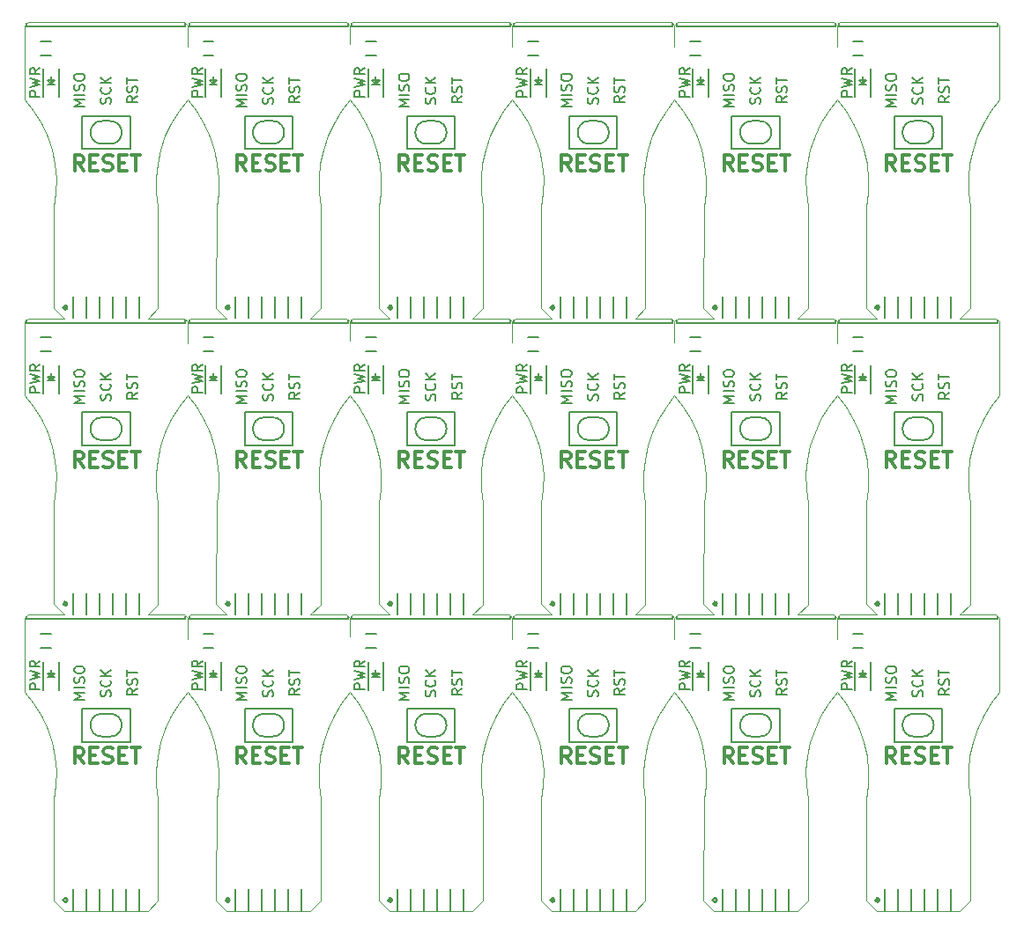
<source format=gbr>
%TF.GenerationSoftware,KiCad,Pcbnew,5.1.6-c6e7f7d~86~ubuntu18.04.1*%
%TF.CreationDate,2020-06-11T10:36:08+02:00*%
%TF.ProjectId,AVR_ISP_With_POGO_Pin_panelized,4156525f-4953-4505-9f57-6974685f504f,rev?*%
%TF.SameCoordinates,Original*%
%TF.FileFunction,Legend,Top*%
%TF.FilePolarity,Positive*%
%FSLAX46Y46*%
G04 Gerber Fmt 4.6, Leading zero omitted, Abs format (unit mm)*
G04 Created by KiCad (PCBNEW 5.1.6-c6e7f7d~86~ubuntu18.04.1) date 2020-06-11 10:36:08*
%MOMM*%
%LPD*%
G01*
G04 APERTURE LIST*
%TA.AperFunction,Profile*%
%ADD10C,0.100000*%
%TD*%
%ADD11C,0.300000*%
%ADD12C,0.150000*%
%ADD13C,0.250000*%
G04 APERTURE END LIST*
D10*
X65601000Y-78789900D02*
X65601800Y-80846800D01*
X65300500Y-78499200D02*
X65601000Y-78789900D01*
X61802400Y-78499000D02*
X65300500Y-78499200D01*
X62801000Y-77500100D02*
X61802400Y-78499000D01*
X62801000Y-67700000D02*
X62801000Y-77500100D01*
X62632800Y-66331600D02*
X62801000Y-67700000D01*
X62617000Y-64953100D02*
X62632800Y-66331600D01*
X62753800Y-63581400D02*
X62617000Y-64953100D01*
X63041500Y-62233100D02*
X62753800Y-63581400D01*
X63476400Y-60925000D02*
X63041500Y-62233100D01*
X64053500Y-59673000D02*
X63476400Y-60925000D01*
X64765400Y-58492600D02*
X64053500Y-59673000D01*
X65601800Y-57400300D02*
X64765400Y-58492600D01*
X66446300Y-58498900D02*
X65601800Y-57400300D01*
X67162800Y-59684300D02*
X66446300Y-58498900D01*
X67742800Y-60942300D02*
X67162800Y-59684300D01*
X68178900Y-62257000D02*
X67742800Y-60942300D01*
X68465800Y-63612200D02*
X68178900Y-62257000D01*
X68599800Y-64990900D02*
X68465800Y-63612200D01*
X68579300Y-66376000D02*
X68599800Y-64990900D01*
X68404500Y-67750300D02*
X68579300Y-66376000D01*
X68381800Y-77480100D02*
X68404500Y-67750300D01*
X69400400Y-78499000D02*
X68381800Y-77480100D01*
X65902200Y-78499200D02*
X69400400Y-78499000D01*
X65601800Y-78799900D02*
X65902200Y-78499200D01*
X65601800Y-80846800D02*
X65601800Y-78799900D01*
X81203800Y-78789900D02*
X81204500Y-80606800D01*
X80903300Y-78499100D02*
X81203800Y-78789900D01*
X77405200Y-78499000D02*
X80903300Y-78499100D01*
X78403800Y-77500100D02*
X77405200Y-78499000D01*
X78403800Y-67700000D02*
X78403800Y-77500100D01*
X78235600Y-66331600D02*
X78403800Y-67700000D01*
X78219800Y-64953100D02*
X78235600Y-66331600D01*
X78356600Y-63581400D02*
X78219800Y-64953100D01*
X78644200Y-62233100D02*
X78356600Y-63581400D01*
X79079200Y-60925000D02*
X78644200Y-62233100D01*
X79656200Y-59673000D02*
X79079200Y-60925000D01*
X80368200Y-58492600D02*
X79656200Y-59673000D01*
X81204600Y-57400300D02*
X80368200Y-58492600D01*
X82049000Y-58498900D02*
X81204600Y-57400300D01*
X82765600Y-59684300D02*
X82049000Y-58498900D01*
X83345600Y-60942300D02*
X82765600Y-59684300D01*
X83781700Y-62257000D02*
X83345600Y-60942300D01*
X84068600Y-63612200D02*
X83781700Y-62257000D01*
X84202600Y-64990900D02*
X84068600Y-63612200D01*
X84182100Y-66376000D02*
X84202600Y-64990900D01*
X84007300Y-67750300D02*
X84182100Y-66376000D01*
X83984500Y-77480100D02*
X84007300Y-67750300D01*
X85003100Y-78499000D02*
X83984500Y-77480100D01*
X81505000Y-78499100D02*
X85003100Y-78499000D01*
X81204500Y-78799900D02*
X81505000Y-78499100D01*
X81204500Y-80606800D02*
X81204500Y-78799900D01*
X96806500Y-78789900D02*
X96807300Y-80811700D01*
X96506000Y-78499200D02*
X96806500Y-78789900D01*
X93007900Y-78499000D02*
X96506000Y-78499200D01*
X94006500Y-77500100D02*
X93007900Y-78499000D01*
X94006500Y-67700000D02*
X94006500Y-77500100D01*
X93838400Y-66331600D02*
X94006500Y-67700000D01*
X93822600Y-64953100D02*
X93838400Y-66331600D01*
X93959400Y-63581400D02*
X93822600Y-64953100D01*
X94247000Y-62233100D02*
X93959400Y-63581400D01*
X94682000Y-60925000D02*
X94247000Y-62233100D01*
X95259000Y-59673000D02*
X94682000Y-60925000D01*
X95970900Y-58492600D02*
X95259000Y-59673000D01*
X96807300Y-57400300D02*
X95970900Y-58492600D01*
X97651800Y-58498900D02*
X96807300Y-57400300D01*
X98368400Y-59684300D02*
X97651800Y-58498900D01*
X98948300Y-60942300D02*
X98368400Y-59684300D01*
X99384500Y-62257000D02*
X98948300Y-60942300D01*
X99671300Y-63612200D02*
X99384500Y-62257000D01*
X99805300Y-64990900D02*
X99671300Y-63612200D01*
X99784800Y-66376000D02*
X99805300Y-64990900D01*
X99610000Y-67750300D02*
X99784800Y-66376000D01*
X99587300Y-77480100D02*
X99610000Y-67750300D01*
X100605900Y-78499000D02*
X99587300Y-77480100D01*
X97107700Y-78499200D02*
X100605900Y-78499000D01*
X96807300Y-78799900D02*
X97107700Y-78499200D01*
X96807300Y-80811700D02*
X96807300Y-78799900D01*
X112409300Y-78789900D02*
X112410100Y-80830600D01*
X112108800Y-78499200D02*
X112409300Y-78789900D01*
X108610700Y-78499000D02*
X112108800Y-78499200D01*
X109609300Y-77500100D02*
X108610700Y-78499000D01*
X109609300Y-67700000D02*
X109609300Y-77500100D01*
X109441200Y-66331600D02*
X109609300Y-67700000D01*
X109425400Y-64953100D02*
X109441200Y-66331600D01*
X109562100Y-63581400D02*
X109425400Y-64953100D01*
X109849800Y-62233100D02*
X109562100Y-63581400D01*
X110284800Y-60925000D02*
X109849800Y-62233100D01*
X110861800Y-59673000D02*
X110284800Y-60925000D01*
X111573700Y-58492600D02*
X110861800Y-59673000D01*
X112410100Y-57400300D02*
X111573700Y-58492600D01*
X113254600Y-58498900D02*
X112410100Y-57400300D01*
X113971200Y-59684300D02*
X113254600Y-58498900D01*
X114551100Y-60942300D02*
X113971200Y-59684300D01*
X114987300Y-62257000D02*
X114551100Y-60942300D01*
X115274100Y-63612200D02*
X114987300Y-62257000D01*
X115408100Y-64990900D02*
X115274100Y-63612200D01*
X115387600Y-66376000D02*
X115408100Y-64990900D01*
X115212800Y-67750300D02*
X115387600Y-66376000D01*
X115190100Y-77480100D02*
X115212800Y-67750300D01*
X116208700Y-78499000D02*
X115190100Y-77480100D01*
X112710500Y-78499200D02*
X116208700Y-78499000D01*
X112410100Y-78799900D02*
X112710500Y-78499200D01*
X112410100Y-80830600D02*
X112410100Y-78799900D01*
X128012100Y-78789900D02*
X128012900Y-80849800D01*
X127711600Y-78499200D02*
X128012100Y-78789900D01*
X124213500Y-78499000D02*
X127711600Y-78499200D01*
X125212100Y-77500100D02*
X124213500Y-78499000D01*
X125212100Y-67700000D02*
X125212100Y-77500100D01*
X125043900Y-66331600D02*
X125212100Y-67700000D01*
X125028100Y-64953100D02*
X125043900Y-66331600D01*
X125164900Y-63581400D02*
X125028100Y-64953100D01*
X125452500Y-62233100D02*
X125164900Y-63581400D01*
X125887500Y-60925000D02*
X125452500Y-62233100D01*
X126464500Y-59673000D02*
X125887500Y-60925000D01*
X127176500Y-58492600D02*
X126464500Y-59673000D01*
X128012900Y-57400300D02*
X127176500Y-58492600D01*
X128857400Y-58498900D02*
X128012900Y-57400300D01*
X129573900Y-59684300D02*
X128857400Y-58498900D01*
X130153900Y-60942300D02*
X129573900Y-59684300D01*
X130590000Y-62257000D02*
X130153900Y-60942300D01*
X130876900Y-63612200D02*
X130590000Y-62257000D01*
X131010900Y-64990900D02*
X130876900Y-63612200D01*
X130990400Y-66376000D02*
X131010900Y-64990900D01*
X130815600Y-67750300D02*
X130990400Y-66376000D01*
X130792900Y-77480100D02*
X130815600Y-67750300D01*
X131811500Y-78499000D02*
X130792900Y-77480100D01*
X128313300Y-78499200D02*
X131811500Y-78499000D01*
X128012900Y-78799900D02*
X128313300Y-78499200D01*
X128012900Y-80849800D02*
X128012900Y-78799900D01*
X65601000Y-107289900D02*
X65601800Y-109346900D01*
X65300500Y-106999200D02*
X65601000Y-107289900D01*
X61802400Y-106999000D02*
X65300500Y-106999200D01*
X62801000Y-106000100D02*
X61802400Y-106999000D01*
X62801000Y-96200000D02*
X62801000Y-106000100D01*
X62632800Y-94831600D02*
X62801000Y-96200000D01*
X62617000Y-93453100D02*
X62632800Y-94831600D01*
X62753800Y-92081400D02*
X62617000Y-93453100D01*
X63041500Y-90733200D02*
X62753800Y-92081400D01*
X63476400Y-89425000D02*
X63041500Y-90733200D01*
X64053500Y-88173100D02*
X63476400Y-89425000D01*
X64765400Y-86992600D02*
X64053500Y-88173100D01*
X65601800Y-85900300D02*
X64765400Y-86992600D01*
X66446300Y-86998900D02*
X65601800Y-85900300D01*
X67162800Y-88184300D02*
X66446300Y-86998900D01*
X67742800Y-89442300D02*
X67162800Y-88184300D01*
X68178900Y-90757000D02*
X67742800Y-89442300D01*
X68465800Y-92112200D02*
X68178900Y-90757000D01*
X68599800Y-93490900D02*
X68465800Y-92112200D01*
X68579300Y-94876000D02*
X68599800Y-93490900D01*
X68404500Y-96250300D02*
X68579300Y-94876000D01*
X68381800Y-105980100D02*
X68404500Y-96250300D01*
X69400400Y-106999000D02*
X68381800Y-105980100D01*
X65902200Y-106999200D02*
X69400400Y-106999000D01*
X65601800Y-107299900D02*
X65902200Y-106999200D01*
X65601800Y-109346900D02*
X65601800Y-107299900D01*
X81203800Y-107289900D02*
X81204500Y-109106800D01*
X80903300Y-106999100D02*
X81203800Y-107289900D01*
X77405200Y-106999000D02*
X80903300Y-106999100D01*
X78403800Y-106000100D02*
X77405200Y-106999000D01*
X78403800Y-96200000D02*
X78403800Y-106000100D01*
X78235600Y-94831600D02*
X78403800Y-96200000D01*
X78219800Y-93453100D02*
X78235600Y-94831600D01*
X78356600Y-92081400D02*
X78219800Y-93453100D01*
X78644200Y-90733200D02*
X78356600Y-92081400D01*
X79079200Y-89425000D02*
X78644200Y-90733200D01*
X79656200Y-88173100D02*
X79079200Y-89425000D01*
X80368200Y-86992600D02*
X79656200Y-88173100D01*
X81204600Y-85900300D02*
X80368200Y-86992600D01*
X82049000Y-86998900D02*
X81204600Y-85900300D01*
X82765600Y-88184300D02*
X82049000Y-86998900D01*
X83345600Y-89442300D02*
X82765600Y-88184300D01*
X83781700Y-90757000D02*
X83345600Y-89442300D01*
X84068600Y-92112200D02*
X83781700Y-90757000D01*
X84202600Y-93490900D02*
X84068600Y-92112200D01*
X84182100Y-94876000D02*
X84202600Y-93490900D01*
X84007300Y-96250300D02*
X84182100Y-94876000D01*
X83984500Y-105980100D02*
X84007300Y-96250300D01*
X85003100Y-106999000D02*
X83984500Y-105980100D01*
X81505000Y-106999100D02*
X85003100Y-106999000D01*
X81204500Y-107299900D02*
X81505000Y-106999100D01*
X81204500Y-109106800D02*
X81204500Y-107299900D01*
X96806500Y-107289900D02*
X96807300Y-109311700D01*
X96506000Y-106999200D02*
X96806500Y-107289900D01*
X93007900Y-106999000D02*
X96506000Y-106999200D01*
X94006500Y-106000100D02*
X93007900Y-106999000D01*
X94006500Y-96200000D02*
X94006500Y-106000100D01*
X93838400Y-94831600D02*
X94006500Y-96200000D01*
X93822600Y-93453100D02*
X93838400Y-94831600D01*
X93959400Y-92081400D02*
X93822600Y-93453100D01*
X94247000Y-90733200D02*
X93959400Y-92081400D01*
X94682000Y-89425000D02*
X94247000Y-90733200D01*
X95259000Y-88173100D02*
X94682000Y-89425000D01*
X95970900Y-86992600D02*
X95259000Y-88173100D01*
X96807400Y-85900300D02*
X95970900Y-86992600D01*
X97651800Y-86998900D02*
X96807400Y-85900300D01*
X98368400Y-88184300D02*
X97651800Y-86998900D01*
X98948300Y-89442300D02*
X98368400Y-88184300D01*
X99384500Y-90757000D02*
X98948300Y-89442300D01*
X99671300Y-92112200D02*
X99384500Y-90757000D01*
X99805300Y-93490900D02*
X99671300Y-92112200D01*
X99784800Y-94876000D02*
X99805300Y-93490900D01*
X99610000Y-96250300D02*
X99784800Y-94876000D01*
X99587300Y-105980100D02*
X99610000Y-96250300D01*
X100605900Y-106999000D02*
X99587300Y-105980100D01*
X97107700Y-106999200D02*
X100605900Y-106999000D01*
X96807300Y-107299900D02*
X97107700Y-106999200D01*
X96807300Y-109311700D02*
X96807300Y-107299900D01*
X112409300Y-107289900D02*
X112410100Y-109330600D01*
X112108800Y-106999200D02*
X112409300Y-107289900D01*
X108610700Y-106999000D02*
X112108800Y-106999200D01*
X109609300Y-106000100D02*
X108610700Y-106999000D01*
X109609300Y-96200000D02*
X109609300Y-106000100D01*
X109441200Y-94831600D02*
X109609300Y-96200000D01*
X109425400Y-93453100D02*
X109441200Y-94831600D01*
X109562100Y-92081400D02*
X109425400Y-93453100D01*
X109849800Y-90733200D02*
X109562100Y-92081400D01*
X110284800Y-89425000D02*
X109849800Y-90733200D01*
X110861800Y-88173100D02*
X110284800Y-89425000D01*
X111573700Y-86992600D02*
X110861800Y-88173100D01*
X112410100Y-85900300D02*
X111573700Y-86992600D01*
X113254600Y-86998900D02*
X112410100Y-85900300D01*
X113971200Y-88184300D02*
X113254600Y-86998900D01*
X114551100Y-89442300D02*
X113971200Y-88184300D01*
X114987300Y-90757000D02*
X114551100Y-89442300D01*
X115274100Y-92112200D02*
X114987300Y-90757000D01*
X115408100Y-93490900D02*
X115274100Y-92112200D01*
X115387600Y-94876000D02*
X115408100Y-93490900D01*
X115212800Y-96250300D02*
X115387600Y-94876000D01*
X115190100Y-105980100D02*
X115212800Y-96250300D01*
X116208700Y-106999000D02*
X115190100Y-105980100D01*
X112710500Y-106999200D02*
X116208700Y-106999000D01*
X112410100Y-107299900D02*
X112710500Y-106999200D01*
X112410100Y-109330600D02*
X112410100Y-107299900D01*
X128012100Y-107289900D02*
X128012900Y-109349800D01*
X127711600Y-106999200D02*
X128012100Y-107289900D01*
X124213500Y-106999000D02*
X127711600Y-106999200D01*
X125212100Y-106000100D02*
X124213500Y-106999000D01*
X125212100Y-96200000D02*
X125212100Y-106000100D01*
X125043900Y-94831600D02*
X125212100Y-96200000D01*
X125028100Y-93453100D02*
X125043900Y-94831600D01*
X125164900Y-92081400D02*
X125028100Y-93453100D01*
X125452500Y-90733200D02*
X125164900Y-92081400D01*
X125887500Y-89425000D02*
X125452500Y-90733200D01*
X126464500Y-88173100D02*
X125887500Y-89425000D01*
X127176500Y-86992600D02*
X126464500Y-88173100D01*
X128012900Y-85900300D02*
X127176500Y-86992600D01*
X128857400Y-86998900D02*
X128012900Y-85900300D01*
X129573900Y-88184300D02*
X128857400Y-86998900D01*
X130153900Y-89442300D02*
X129573900Y-88184300D01*
X130590000Y-90757000D02*
X130153900Y-89442300D01*
X130876900Y-92112200D02*
X130590000Y-90757000D01*
X131010900Y-93490900D02*
X130876900Y-92112200D01*
X130990400Y-94876000D02*
X131010900Y-93490900D01*
X130815600Y-96250300D02*
X130990400Y-94876000D01*
X130792900Y-105980100D02*
X130815600Y-96250300D01*
X131811500Y-106999000D02*
X130792900Y-105980100D01*
X128313300Y-106999200D02*
X131811500Y-106999000D01*
X128012900Y-107299900D02*
X128313300Y-106999200D01*
X128012900Y-109349800D02*
X128012900Y-107299900D01*
X140814900Y-106000100D02*
X139816300Y-106999000D01*
X140814900Y-96200000D02*
X140814900Y-106000100D01*
X140646700Y-94831600D02*
X140814900Y-96200000D01*
X140630900Y-93453100D02*
X140646700Y-94831600D01*
X140767700Y-92081400D02*
X140630900Y-93453100D01*
X141055300Y-90733200D02*
X140767700Y-92081400D01*
X141490300Y-89425000D02*
X141055300Y-90733200D01*
X142067300Y-88173100D02*
X141490300Y-89425000D01*
X142779300Y-86992600D02*
X142067300Y-88173100D01*
X143617600Y-85897500D02*
X142779300Y-86992600D01*
X143614800Y-78789500D02*
X143617600Y-85897500D01*
X143314000Y-78499000D02*
X143614800Y-78789500D01*
X139816300Y-78499000D02*
X143314000Y-78499000D01*
X140814900Y-77500100D02*
X139816300Y-78499000D01*
X140814900Y-67700000D02*
X140814900Y-77500100D01*
X140646700Y-66331600D02*
X140814900Y-67700000D01*
X140630900Y-64953100D02*
X140646700Y-66331600D01*
X140767700Y-63581400D02*
X140630900Y-64953100D01*
X141055300Y-62233100D02*
X140767700Y-63581400D01*
X141490300Y-60925000D02*
X141055300Y-62233100D01*
X142067300Y-59673000D02*
X141490300Y-60925000D01*
X142779300Y-58492600D02*
X142067300Y-59673000D01*
X143617600Y-57397500D02*
X142779300Y-58492600D01*
X143614900Y-50290000D02*
X143617600Y-57397500D01*
X143314400Y-49999200D02*
X143614900Y-50290000D01*
X128313700Y-49999000D02*
X143314400Y-49999200D01*
X128012900Y-50299900D02*
X128313700Y-49999000D01*
X128012900Y-52349800D02*
X128012900Y-50299900D01*
X128012100Y-50289900D02*
X128012900Y-52349800D01*
X127711100Y-49999000D02*
X128012100Y-50289900D01*
X112710900Y-49999000D02*
X127711100Y-49999000D01*
X112410100Y-50299900D02*
X112710900Y-49999000D01*
X112410100Y-52330600D02*
X112410100Y-50299900D01*
X112409300Y-50289900D02*
X112410100Y-52330600D01*
X112108300Y-49999000D02*
X112409300Y-50289900D01*
X97108100Y-49999000D02*
X112108300Y-49999000D01*
X96807300Y-50299900D02*
X97108100Y-49999000D01*
X96807300Y-52311700D02*
X96807300Y-50299900D01*
X96806500Y-50289900D02*
X96807300Y-52311700D01*
X96505500Y-49999000D02*
X96806500Y-50289900D01*
X81505400Y-49999000D02*
X96505500Y-49999000D01*
X81204500Y-50299900D02*
X81505400Y-49999000D01*
X81204500Y-52106800D02*
X81204500Y-50299900D01*
X81203800Y-50289900D02*
X81204500Y-52106800D01*
X80902900Y-49999000D02*
X81203800Y-50289900D01*
X65902700Y-49999000D02*
X80902900Y-49999000D01*
X65601800Y-50299900D02*
X65902700Y-49999000D01*
X65601800Y-52346800D02*
X65601800Y-50299900D01*
X65601000Y-50289900D02*
X65601800Y-52346800D01*
X65300100Y-49999000D02*
X65601000Y-50289900D01*
X50300000Y-49999000D02*
X65300100Y-49999000D01*
X49999200Y-50299400D02*
X50300000Y-49999000D01*
X49999000Y-57400200D02*
X49999200Y-50299400D01*
X50843500Y-58498900D02*
X49999000Y-57400200D01*
X51560100Y-59684300D02*
X50843500Y-58498900D01*
X52140000Y-60942300D02*
X51560100Y-59684300D01*
X52576200Y-62257000D02*
X52140000Y-60942300D01*
X52863000Y-63612200D02*
X52576200Y-62257000D01*
X52997000Y-64990900D02*
X52863000Y-63612200D01*
X52976500Y-66376000D02*
X52997000Y-64990900D01*
X52801700Y-67750300D02*
X52976500Y-66376000D01*
X52779000Y-77480100D02*
X52801700Y-67750300D01*
X53797600Y-78499000D02*
X52779000Y-77480100D01*
X50299900Y-78499000D02*
X53797600Y-78499000D01*
X49999100Y-78799500D02*
X50299900Y-78499000D01*
X49999000Y-85900100D02*
X49999100Y-78799500D01*
X50843500Y-86998900D02*
X49999000Y-85900100D01*
X51560100Y-88184300D02*
X50843500Y-86998900D01*
X52140000Y-89442300D02*
X51560100Y-88184300D01*
X52576200Y-90757000D02*
X52140000Y-89442300D01*
X52863000Y-92112200D02*
X52576200Y-90757000D01*
X52997000Y-93490900D02*
X52863000Y-92112200D01*
X52976500Y-94876000D02*
X52997000Y-93490900D01*
X52801700Y-96250300D02*
X52976500Y-94876000D01*
X52779000Y-105980100D02*
X52801700Y-96250300D01*
X53797600Y-106999000D02*
X52779000Y-105980100D01*
X50299900Y-106999000D02*
X53797600Y-106999000D01*
X49999100Y-107299500D02*
X50299900Y-106999000D01*
X49999000Y-114400000D02*
X49999100Y-107299500D01*
X50843500Y-115498900D02*
X49999000Y-114400000D01*
X51560100Y-116684300D02*
X50843500Y-115498900D01*
X52140000Y-117942300D02*
X51560100Y-116684300D01*
X52576200Y-119257100D02*
X52140000Y-117942300D01*
X52863000Y-120612200D02*
X52576200Y-119257100D01*
X52997000Y-121990900D02*
X52863000Y-120612200D01*
X52976500Y-123376000D02*
X52997000Y-121990900D01*
X52801700Y-124750300D02*
X52976500Y-123376000D01*
X52779000Y-134480100D02*
X52801700Y-124750300D01*
X53799400Y-135500800D02*
X52779000Y-134480100D01*
X61800100Y-135501000D02*
X53799400Y-135500800D01*
X62800900Y-134500500D02*
X61800100Y-135501000D01*
X62801000Y-124700000D02*
X62800900Y-134500500D01*
X62632800Y-123331600D02*
X62801000Y-124700000D01*
X62617000Y-121953100D02*
X62632800Y-123331600D01*
X62753800Y-120581400D02*
X62617000Y-121953100D01*
X63041500Y-119233200D02*
X62753800Y-120581400D01*
X63476400Y-117925000D02*
X63041500Y-119233200D01*
X64053500Y-116673100D02*
X63476400Y-117925000D01*
X64765400Y-115492600D02*
X64053500Y-116673100D01*
X65601800Y-114400300D02*
X64765400Y-115492600D01*
X66446300Y-115498900D02*
X65601800Y-114400300D01*
X67162800Y-116684300D02*
X66446300Y-115498900D01*
X67742800Y-117942300D02*
X67162800Y-116684300D01*
X68178900Y-119257100D02*
X67742800Y-117942300D01*
X68465800Y-120612200D02*
X68178900Y-119257100D01*
X68599800Y-121990900D02*
X68465800Y-120612200D01*
X68579300Y-123376000D02*
X68599800Y-121990900D01*
X68404500Y-124750300D02*
X68579300Y-123376000D01*
X68381800Y-134480100D02*
X68404500Y-124750300D01*
X69402200Y-135500800D02*
X68381800Y-134480100D01*
X77402900Y-135501000D02*
X69402200Y-135500800D01*
X78403700Y-134500500D02*
X77402900Y-135501000D01*
X78403800Y-124700000D02*
X78403700Y-134500500D01*
X78235600Y-123331600D02*
X78403800Y-124700000D01*
X78219800Y-121953100D02*
X78235600Y-123331600D01*
X78356600Y-120581400D02*
X78219800Y-121953100D01*
X78644200Y-119233200D02*
X78356600Y-120581400D01*
X79079200Y-117925000D02*
X78644200Y-119233200D01*
X79656200Y-116673100D02*
X79079200Y-117925000D01*
X80368200Y-115492600D02*
X79656200Y-116673100D01*
X81204600Y-114400300D02*
X80368200Y-115492600D01*
X82049000Y-115498900D02*
X81204600Y-114400300D01*
X82765600Y-116684300D02*
X82049000Y-115498900D01*
X83345600Y-117942300D02*
X82765600Y-116684300D01*
X83781700Y-119257100D02*
X83345600Y-117942300D01*
X84068600Y-120612200D02*
X83781700Y-119257100D01*
X84202600Y-121990900D02*
X84068600Y-120612200D01*
X84182100Y-123376000D02*
X84202600Y-121990900D01*
X84007300Y-124750300D02*
X84182100Y-123376000D01*
X83984600Y-134480500D02*
X84007300Y-124750300D01*
X85005400Y-135501000D02*
X83984600Y-134480500D01*
X93006000Y-135500900D02*
X85005400Y-135501000D01*
X94006500Y-134500100D02*
X93006000Y-135500900D01*
X94006500Y-124700000D02*
X94006500Y-134500100D01*
X93838400Y-123331600D02*
X94006500Y-124700000D01*
X93822600Y-121953100D02*
X93838400Y-123331600D01*
X93959400Y-120581400D02*
X93822600Y-121953100D01*
X94247000Y-119233200D02*
X93959400Y-120581400D01*
X94682000Y-117925000D02*
X94247000Y-119233200D01*
X95259000Y-116673100D02*
X94682000Y-117925000D01*
X95970900Y-115492600D02*
X95259000Y-116673100D01*
X96807400Y-114400300D02*
X95970900Y-115492600D01*
X97651800Y-115498900D02*
X96807400Y-114400300D01*
X98368400Y-116684300D02*
X97651800Y-115498900D01*
X98948300Y-117942300D02*
X98368400Y-116684300D01*
X99384500Y-119257100D02*
X98948300Y-117942300D01*
X99671300Y-120612200D02*
X99384500Y-119257100D01*
X99805300Y-121990900D02*
X99671300Y-120612200D01*
X99784800Y-123376000D02*
X99805300Y-121990900D01*
X99610000Y-124750300D02*
X99784800Y-123376000D01*
X99587400Y-134480500D02*
X99610000Y-124750300D01*
X100608200Y-135501000D02*
X99587400Y-134480500D01*
X108608700Y-135500900D02*
X100608200Y-135501000D01*
X109609300Y-134500100D02*
X108608700Y-135500900D01*
X109609300Y-124700000D02*
X109609300Y-134500100D01*
X109441200Y-123331600D02*
X109609300Y-124700000D01*
X109425400Y-121953100D02*
X109441200Y-123331600D01*
X109562100Y-120581400D02*
X109425400Y-121953100D01*
X109849800Y-119233200D02*
X109562100Y-120581400D01*
X110284800Y-117925000D02*
X109849800Y-119233200D01*
X110861800Y-116673100D02*
X110284800Y-117925000D01*
X111573700Y-115492600D02*
X110861800Y-116673100D01*
X112410100Y-114400300D02*
X111573700Y-115492600D01*
X113254600Y-115498900D02*
X112410100Y-114400300D01*
X113971200Y-116684300D02*
X113254600Y-115498900D01*
X114551100Y-117942300D02*
X113971200Y-116684300D01*
X114987300Y-119257100D02*
X114551100Y-117942300D01*
X115274100Y-120612200D02*
X114987300Y-119257100D01*
X115408100Y-121990900D02*
X115274100Y-120612200D01*
X115387600Y-123376000D02*
X115408100Y-121990900D01*
X115212800Y-124750300D02*
X115387600Y-123376000D01*
X115190200Y-134480500D02*
X115212800Y-124750300D01*
X116211000Y-135501000D02*
X115190200Y-134480500D01*
X124211400Y-135501000D02*
X116211000Y-135501000D01*
X125212100Y-134500100D02*
X124211400Y-135501000D01*
X125212100Y-124700000D02*
X125212100Y-134500100D01*
X125043900Y-123331600D02*
X125212100Y-124700000D01*
X125028100Y-121953100D02*
X125043900Y-123331600D01*
X125164900Y-120581400D02*
X125028100Y-121953100D01*
X125452500Y-119233200D02*
X125164900Y-120581400D01*
X125887500Y-117925000D02*
X125452500Y-119233200D01*
X126464500Y-116673100D02*
X125887500Y-117925000D01*
X127176500Y-115492600D02*
X126464500Y-116673100D01*
X128012900Y-114400300D02*
X127176500Y-115492600D01*
X128857400Y-115498900D02*
X128012900Y-114400300D01*
X129573900Y-116684300D02*
X128857400Y-115498900D01*
X130153900Y-117942300D02*
X129573900Y-116684300D01*
X130590000Y-119257100D02*
X130153900Y-117942300D01*
X130876900Y-120612200D02*
X130590000Y-119257100D01*
X131010900Y-121990900D02*
X130876900Y-120612200D01*
X130990400Y-123376000D02*
X131010900Y-121990900D01*
X130815600Y-124750300D02*
X130990400Y-123376000D01*
X130793000Y-134480500D02*
X130815600Y-124750300D01*
X131813800Y-135501000D02*
X130793000Y-134480500D01*
X139814200Y-135501000D02*
X131813800Y-135501000D01*
X140814900Y-134500100D02*
X139814200Y-135501000D01*
X140814900Y-124700000D02*
X140814900Y-134500100D01*
X140646700Y-123331600D02*
X140814900Y-124700000D01*
X140630900Y-121953100D02*
X140646700Y-123331600D01*
X140767700Y-120581400D02*
X140630900Y-121953100D01*
X141055300Y-119233200D02*
X140767700Y-120581400D01*
X141490300Y-117925000D02*
X141055300Y-119233200D01*
X142067300Y-116673100D02*
X141490300Y-117925000D01*
X142779300Y-115492600D02*
X142067300Y-116673100D01*
X143617600Y-114397400D02*
X142779300Y-115492600D01*
X143614800Y-107289500D02*
X143617600Y-114397400D01*
X143314000Y-106999000D02*
X143614800Y-107289500D01*
X139816300Y-106999000D02*
X143314000Y-106999000D01*
D11*
X133635299Y-121278598D02*
X133135299Y-120564312D01*
X132778156Y-121278598D02*
X132778156Y-119778598D01*
X133349585Y-119778598D01*
X133492442Y-119850027D01*
X133563871Y-119921455D01*
X133635299Y-120064312D01*
X133635299Y-120278598D01*
X133563871Y-120421455D01*
X133492442Y-120492884D01*
X133349585Y-120564312D01*
X132778156Y-120564312D01*
X134278156Y-120492884D02*
X134778156Y-120492884D01*
X134992442Y-121278598D02*
X134278156Y-121278598D01*
X134278156Y-119778598D01*
X134992442Y-119778598D01*
X135563871Y-121207169D02*
X135778156Y-121278598D01*
X136135299Y-121278598D01*
X136278156Y-121207169D01*
X136349585Y-121135741D01*
X136421013Y-120992884D01*
X136421013Y-120850027D01*
X136349585Y-120707169D01*
X136278156Y-120635741D01*
X136135299Y-120564312D01*
X135849585Y-120492884D01*
X135706728Y-120421455D01*
X135635299Y-120350027D01*
X135563871Y-120207169D01*
X135563871Y-120064312D01*
X135635299Y-119921455D01*
X135706728Y-119850027D01*
X135849585Y-119778598D01*
X136206728Y-119778598D01*
X136421013Y-119850027D01*
X137063871Y-120492884D02*
X137563871Y-120492884D01*
X137778156Y-121278598D02*
X137063871Y-121278598D01*
X137063871Y-119778598D01*
X137778156Y-119778598D01*
X138206728Y-119778598D02*
X139063871Y-119778598D01*
X138635299Y-121278598D02*
X138635299Y-119778598D01*
D12*
X129466251Y-114133360D02*
X128466251Y-114133360D01*
X128466251Y-113752407D01*
X128513871Y-113657169D01*
X128561490Y-113609550D01*
X128656728Y-113561931D01*
X128799585Y-113561931D01*
X128894823Y-113609550D01*
X128942442Y-113657169D01*
X128990061Y-113752407D01*
X128990061Y-114133360D01*
X128466251Y-113228598D02*
X129466251Y-112990503D01*
X128751966Y-112800027D01*
X129466251Y-112609550D01*
X128466251Y-112371455D01*
X129466251Y-111419074D02*
X128990061Y-111752407D01*
X129466251Y-111990503D02*
X128466251Y-111990503D01*
X128466251Y-111609550D01*
X128513871Y-111514312D01*
X128561490Y-111466693D01*
X128656728Y-111419074D01*
X128799585Y-111419074D01*
X128894823Y-111466693D01*
X128942442Y-111514312D01*
X128990061Y-111609550D01*
X128990061Y-111990503D01*
D11*
X118032525Y-121278598D02*
X117532525Y-120564312D01*
X117175382Y-121278598D02*
X117175382Y-119778598D01*
X117746811Y-119778598D01*
X117889668Y-119850027D01*
X117961097Y-119921455D01*
X118032525Y-120064312D01*
X118032525Y-120278598D01*
X117961097Y-120421455D01*
X117889668Y-120492884D01*
X117746811Y-120564312D01*
X117175382Y-120564312D01*
X118675382Y-120492884D02*
X119175382Y-120492884D01*
X119389668Y-121278598D02*
X118675382Y-121278598D01*
X118675382Y-119778598D01*
X119389668Y-119778598D01*
X119961097Y-121207169D02*
X120175382Y-121278598D01*
X120532525Y-121278598D01*
X120675382Y-121207169D01*
X120746811Y-121135741D01*
X120818239Y-120992884D01*
X120818239Y-120850027D01*
X120746811Y-120707169D01*
X120675382Y-120635741D01*
X120532525Y-120564312D01*
X120246811Y-120492884D01*
X120103954Y-120421455D01*
X120032525Y-120350027D01*
X119961097Y-120207169D01*
X119961097Y-120064312D01*
X120032525Y-119921455D01*
X120103954Y-119850027D01*
X120246811Y-119778598D01*
X120603954Y-119778598D01*
X120818239Y-119850027D01*
X121461097Y-120492884D02*
X121961097Y-120492884D01*
X122175382Y-121278598D02*
X121461097Y-121278598D01*
X121461097Y-119778598D01*
X122175382Y-119778598D01*
X122603954Y-119778598D02*
X123461097Y-119778598D01*
X123032525Y-121278598D02*
X123032525Y-119778598D01*
D12*
X113863477Y-114133360D02*
X112863477Y-114133360D01*
X112863477Y-113752407D01*
X112911097Y-113657169D01*
X112958716Y-113609550D01*
X113053954Y-113561931D01*
X113196811Y-113561931D01*
X113292049Y-113609550D01*
X113339668Y-113657169D01*
X113387287Y-113752407D01*
X113387287Y-114133360D01*
X112863477Y-113228598D02*
X113863477Y-112990503D01*
X113149192Y-112800027D01*
X113863477Y-112609550D01*
X112863477Y-112371455D01*
X113863477Y-111419074D02*
X113387287Y-111752407D01*
X113863477Y-111990503D02*
X112863477Y-111990503D01*
X112863477Y-111609550D01*
X112911097Y-111514312D01*
X112958716Y-111466693D01*
X113053954Y-111419074D01*
X113196811Y-111419074D01*
X113292049Y-111466693D01*
X113339668Y-111514312D01*
X113387287Y-111609550D01*
X113387287Y-111990503D01*
D11*
X102429751Y-121278598D02*
X101929751Y-120564312D01*
X101572608Y-121278598D02*
X101572608Y-119778598D01*
X102144037Y-119778598D01*
X102286894Y-119850027D01*
X102358323Y-119921455D01*
X102429751Y-120064312D01*
X102429751Y-120278598D01*
X102358323Y-120421455D01*
X102286894Y-120492884D01*
X102144037Y-120564312D01*
X101572608Y-120564312D01*
X103072608Y-120492884D02*
X103572608Y-120492884D01*
X103786894Y-121278598D02*
X103072608Y-121278598D01*
X103072608Y-119778598D01*
X103786894Y-119778598D01*
X104358323Y-121207169D02*
X104572608Y-121278598D01*
X104929751Y-121278598D01*
X105072608Y-121207169D01*
X105144037Y-121135741D01*
X105215465Y-120992884D01*
X105215465Y-120850027D01*
X105144037Y-120707169D01*
X105072608Y-120635741D01*
X104929751Y-120564312D01*
X104644037Y-120492884D01*
X104501180Y-120421455D01*
X104429751Y-120350027D01*
X104358323Y-120207169D01*
X104358323Y-120064312D01*
X104429751Y-119921455D01*
X104501180Y-119850027D01*
X104644037Y-119778598D01*
X105001180Y-119778598D01*
X105215465Y-119850027D01*
X105858323Y-120492884D02*
X106358323Y-120492884D01*
X106572608Y-121278598D02*
X105858323Y-121278598D01*
X105858323Y-119778598D01*
X106572608Y-119778598D01*
X107001180Y-119778598D02*
X107858323Y-119778598D01*
X107429751Y-121278598D02*
X107429751Y-119778598D01*
D12*
X98260703Y-114133360D02*
X97260703Y-114133360D01*
X97260703Y-113752407D01*
X97308323Y-113657169D01*
X97355942Y-113609550D01*
X97451180Y-113561931D01*
X97594037Y-113561931D01*
X97689275Y-113609550D01*
X97736894Y-113657169D01*
X97784513Y-113752407D01*
X97784513Y-114133360D01*
X97260703Y-113228598D02*
X98260703Y-112990503D01*
X97546418Y-112800027D01*
X98260703Y-112609550D01*
X97260703Y-112371455D01*
X98260703Y-111419074D02*
X97784513Y-111752407D01*
X98260703Y-111990503D02*
X97260703Y-111990503D01*
X97260703Y-111609550D01*
X97308323Y-111514312D01*
X97355942Y-111466693D01*
X97451180Y-111419074D01*
X97594037Y-111419074D01*
X97689275Y-111466693D01*
X97736894Y-111514312D01*
X97784513Y-111609550D01*
X97784513Y-111990503D01*
D11*
X86826977Y-121278598D02*
X86326977Y-120564312D01*
X85969834Y-121278598D02*
X85969834Y-119778598D01*
X86541263Y-119778598D01*
X86684120Y-119850027D01*
X86755549Y-119921455D01*
X86826977Y-120064312D01*
X86826977Y-120278598D01*
X86755549Y-120421455D01*
X86684120Y-120492884D01*
X86541263Y-120564312D01*
X85969834Y-120564312D01*
X87469834Y-120492884D02*
X87969834Y-120492884D01*
X88184120Y-121278598D02*
X87469834Y-121278598D01*
X87469834Y-119778598D01*
X88184120Y-119778598D01*
X88755549Y-121207169D02*
X88969834Y-121278598D01*
X89326977Y-121278598D01*
X89469834Y-121207169D01*
X89541263Y-121135741D01*
X89612691Y-120992884D01*
X89612691Y-120850027D01*
X89541263Y-120707169D01*
X89469834Y-120635741D01*
X89326977Y-120564312D01*
X89041263Y-120492884D01*
X88898406Y-120421455D01*
X88826977Y-120350027D01*
X88755549Y-120207169D01*
X88755549Y-120064312D01*
X88826977Y-119921455D01*
X88898406Y-119850027D01*
X89041263Y-119778598D01*
X89398406Y-119778598D01*
X89612691Y-119850027D01*
X90255549Y-120492884D02*
X90755549Y-120492884D01*
X90969834Y-121278598D02*
X90255549Y-121278598D01*
X90255549Y-119778598D01*
X90969834Y-119778598D01*
X91398406Y-119778598D02*
X92255549Y-119778598D01*
X91826977Y-121278598D02*
X91826977Y-119778598D01*
D12*
X82657929Y-114133360D02*
X81657929Y-114133360D01*
X81657929Y-113752407D01*
X81705549Y-113657169D01*
X81753168Y-113609550D01*
X81848406Y-113561931D01*
X81991263Y-113561931D01*
X82086501Y-113609550D01*
X82134120Y-113657169D01*
X82181739Y-113752407D01*
X82181739Y-114133360D01*
X81657929Y-113228598D02*
X82657929Y-112990503D01*
X81943644Y-112800027D01*
X82657929Y-112609550D01*
X81657929Y-112371455D01*
X82657929Y-111419074D02*
X82181739Y-111752407D01*
X82657929Y-111990503D02*
X81657929Y-111990503D01*
X81657929Y-111609550D01*
X81705549Y-111514312D01*
X81753168Y-111466693D01*
X81848406Y-111419074D01*
X81991263Y-111419074D01*
X82086501Y-111466693D01*
X82134120Y-111514312D01*
X82181739Y-111609550D01*
X82181739Y-111990503D01*
D11*
X71224203Y-121278598D02*
X70724203Y-120564312D01*
X70367060Y-121278598D02*
X70367060Y-119778598D01*
X70938489Y-119778598D01*
X71081346Y-119850027D01*
X71152775Y-119921455D01*
X71224203Y-120064312D01*
X71224203Y-120278598D01*
X71152775Y-120421455D01*
X71081346Y-120492884D01*
X70938489Y-120564312D01*
X70367060Y-120564312D01*
X71867060Y-120492884D02*
X72367060Y-120492884D01*
X72581346Y-121278598D02*
X71867060Y-121278598D01*
X71867060Y-119778598D01*
X72581346Y-119778598D01*
X73152775Y-121207169D02*
X73367060Y-121278598D01*
X73724203Y-121278598D01*
X73867060Y-121207169D01*
X73938489Y-121135741D01*
X74009917Y-120992884D01*
X74009917Y-120850027D01*
X73938489Y-120707169D01*
X73867060Y-120635741D01*
X73724203Y-120564312D01*
X73438489Y-120492884D01*
X73295632Y-120421455D01*
X73224203Y-120350027D01*
X73152775Y-120207169D01*
X73152775Y-120064312D01*
X73224203Y-119921455D01*
X73295632Y-119850027D01*
X73438489Y-119778598D01*
X73795632Y-119778598D01*
X74009917Y-119850027D01*
X74652775Y-120492884D02*
X75152775Y-120492884D01*
X75367060Y-121278598D02*
X74652775Y-121278598D01*
X74652775Y-119778598D01*
X75367060Y-119778598D01*
X75795632Y-119778598D02*
X76652775Y-119778598D01*
X76224203Y-121278598D02*
X76224203Y-119778598D01*
D12*
X67055155Y-114133360D02*
X66055155Y-114133360D01*
X66055155Y-113752407D01*
X66102775Y-113657169D01*
X66150394Y-113609550D01*
X66245632Y-113561931D01*
X66388489Y-113561931D01*
X66483727Y-113609550D01*
X66531346Y-113657169D01*
X66578965Y-113752407D01*
X66578965Y-114133360D01*
X66055155Y-113228598D02*
X67055155Y-112990503D01*
X66340870Y-112800027D01*
X67055155Y-112609550D01*
X66055155Y-112371455D01*
X67055155Y-111419074D02*
X66578965Y-111752407D01*
X67055155Y-111990503D02*
X66055155Y-111990503D01*
X66055155Y-111609550D01*
X66102775Y-111514312D01*
X66150394Y-111466693D01*
X66245632Y-111419074D01*
X66388489Y-111419074D01*
X66483727Y-111466693D01*
X66531346Y-111514312D01*
X66578965Y-111609550D01*
X66578965Y-111990503D01*
D11*
X55621429Y-121278598D02*
X55121429Y-120564312D01*
X54764286Y-121278598D02*
X54764286Y-119778598D01*
X55335715Y-119778598D01*
X55478572Y-119850027D01*
X55550001Y-119921455D01*
X55621429Y-120064312D01*
X55621429Y-120278598D01*
X55550001Y-120421455D01*
X55478572Y-120492884D01*
X55335715Y-120564312D01*
X54764286Y-120564312D01*
X56264286Y-120492884D02*
X56764286Y-120492884D01*
X56978572Y-121278598D02*
X56264286Y-121278598D01*
X56264286Y-119778598D01*
X56978572Y-119778598D01*
X57550001Y-121207169D02*
X57764286Y-121278598D01*
X58121429Y-121278598D01*
X58264286Y-121207169D01*
X58335715Y-121135741D01*
X58407143Y-120992884D01*
X58407143Y-120850027D01*
X58335715Y-120707169D01*
X58264286Y-120635741D01*
X58121429Y-120564312D01*
X57835715Y-120492884D01*
X57692858Y-120421455D01*
X57621429Y-120350027D01*
X57550001Y-120207169D01*
X57550001Y-120064312D01*
X57621429Y-119921455D01*
X57692858Y-119850027D01*
X57835715Y-119778598D01*
X58192858Y-119778598D01*
X58407143Y-119850027D01*
X59050001Y-120492884D02*
X59550001Y-120492884D01*
X59764286Y-121278598D02*
X59050001Y-121278598D01*
X59050001Y-119778598D01*
X59764286Y-119778598D01*
X60192858Y-119778598D02*
X61050001Y-119778598D01*
X60621429Y-121278598D02*
X60621429Y-119778598D01*
D12*
X51452381Y-114133360D02*
X50452381Y-114133360D01*
X50452381Y-113752407D01*
X50500001Y-113657169D01*
X50547620Y-113609550D01*
X50642858Y-113561931D01*
X50785715Y-113561931D01*
X50880953Y-113609550D01*
X50928572Y-113657169D01*
X50976191Y-113752407D01*
X50976191Y-114133360D01*
X50452381Y-113228598D02*
X51452381Y-112990503D01*
X50738096Y-112800027D01*
X51452381Y-112609550D01*
X50452381Y-112371455D01*
X51452381Y-111419074D02*
X50976191Y-111752407D01*
X51452381Y-111990503D02*
X50452381Y-111990503D01*
X50452381Y-111609550D01*
X50500001Y-111514312D01*
X50547620Y-111466693D01*
X50642858Y-111419074D01*
X50785715Y-111419074D01*
X50880953Y-111466693D01*
X50928572Y-111514312D01*
X50976191Y-111609550D01*
X50976191Y-111990503D01*
D11*
X133635299Y-92778585D02*
X133135299Y-92064299D01*
X132778156Y-92778585D02*
X132778156Y-91278585D01*
X133349585Y-91278585D01*
X133492442Y-91350014D01*
X133563871Y-91421442D01*
X133635299Y-91564299D01*
X133635299Y-91778585D01*
X133563871Y-91921442D01*
X133492442Y-91992871D01*
X133349585Y-92064299D01*
X132778156Y-92064299D01*
X134278156Y-91992871D02*
X134778156Y-91992871D01*
X134992442Y-92778585D02*
X134278156Y-92778585D01*
X134278156Y-91278585D01*
X134992442Y-91278585D01*
X135563871Y-92707156D02*
X135778156Y-92778585D01*
X136135299Y-92778585D01*
X136278156Y-92707156D01*
X136349585Y-92635728D01*
X136421013Y-92492871D01*
X136421013Y-92350014D01*
X136349585Y-92207156D01*
X136278156Y-92135728D01*
X136135299Y-92064299D01*
X135849585Y-91992871D01*
X135706728Y-91921442D01*
X135635299Y-91850014D01*
X135563871Y-91707156D01*
X135563871Y-91564299D01*
X135635299Y-91421442D01*
X135706728Y-91350014D01*
X135849585Y-91278585D01*
X136206728Y-91278585D01*
X136421013Y-91350014D01*
X137063871Y-91992871D02*
X137563871Y-91992871D01*
X137778156Y-92778585D02*
X137063871Y-92778585D01*
X137063871Y-91278585D01*
X137778156Y-91278585D01*
X138206728Y-91278585D02*
X139063871Y-91278585D01*
X138635299Y-92778585D02*
X138635299Y-91278585D01*
D12*
X129466251Y-85633347D02*
X128466251Y-85633347D01*
X128466251Y-85252394D01*
X128513871Y-85157156D01*
X128561490Y-85109537D01*
X128656728Y-85061918D01*
X128799585Y-85061918D01*
X128894823Y-85109537D01*
X128942442Y-85157156D01*
X128990061Y-85252394D01*
X128990061Y-85633347D01*
X128466251Y-84728585D02*
X129466251Y-84490490D01*
X128751966Y-84300014D01*
X129466251Y-84109537D01*
X128466251Y-83871442D01*
X129466251Y-82919061D02*
X128990061Y-83252394D01*
X129466251Y-83490490D02*
X128466251Y-83490490D01*
X128466251Y-83109537D01*
X128513871Y-83014299D01*
X128561490Y-82966680D01*
X128656728Y-82919061D01*
X128799585Y-82919061D01*
X128894823Y-82966680D01*
X128942442Y-83014299D01*
X128990061Y-83109537D01*
X128990061Y-83490490D01*
D11*
X118032525Y-92778585D02*
X117532525Y-92064299D01*
X117175382Y-92778585D02*
X117175382Y-91278585D01*
X117746811Y-91278585D01*
X117889668Y-91350014D01*
X117961097Y-91421442D01*
X118032525Y-91564299D01*
X118032525Y-91778585D01*
X117961097Y-91921442D01*
X117889668Y-91992871D01*
X117746811Y-92064299D01*
X117175382Y-92064299D01*
X118675382Y-91992871D02*
X119175382Y-91992871D01*
X119389668Y-92778585D02*
X118675382Y-92778585D01*
X118675382Y-91278585D01*
X119389668Y-91278585D01*
X119961097Y-92707156D02*
X120175382Y-92778585D01*
X120532525Y-92778585D01*
X120675382Y-92707156D01*
X120746811Y-92635728D01*
X120818239Y-92492871D01*
X120818239Y-92350014D01*
X120746811Y-92207156D01*
X120675382Y-92135728D01*
X120532525Y-92064299D01*
X120246811Y-91992871D01*
X120103954Y-91921442D01*
X120032525Y-91850014D01*
X119961097Y-91707156D01*
X119961097Y-91564299D01*
X120032525Y-91421442D01*
X120103954Y-91350014D01*
X120246811Y-91278585D01*
X120603954Y-91278585D01*
X120818239Y-91350014D01*
X121461097Y-91992871D02*
X121961097Y-91992871D01*
X122175382Y-92778585D02*
X121461097Y-92778585D01*
X121461097Y-91278585D01*
X122175382Y-91278585D01*
X122603954Y-91278585D02*
X123461097Y-91278585D01*
X123032525Y-92778585D02*
X123032525Y-91278585D01*
D12*
X113863477Y-85633347D02*
X112863477Y-85633347D01*
X112863477Y-85252394D01*
X112911097Y-85157156D01*
X112958716Y-85109537D01*
X113053954Y-85061918D01*
X113196811Y-85061918D01*
X113292049Y-85109537D01*
X113339668Y-85157156D01*
X113387287Y-85252394D01*
X113387287Y-85633347D01*
X112863477Y-84728585D02*
X113863477Y-84490490D01*
X113149192Y-84300014D01*
X113863477Y-84109537D01*
X112863477Y-83871442D01*
X113863477Y-82919061D02*
X113387287Y-83252394D01*
X113863477Y-83490490D02*
X112863477Y-83490490D01*
X112863477Y-83109537D01*
X112911097Y-83014299D01*
X112958716Y-82966680D01*
X113053954Y-82919061D01*
X113196811Y-82919061D01*
X113292049Y-82966680D01*
X113339668Y-83014299D01*
X113387287Y-83109537D01*
X113387287Y-83490490D01*
D11*
X102429751Y-92778585D02*
X101929751Y-92064299D01*
X101572608Y-92778585D02*
X101572608Y-91278585D01*
X102144037Y-91278585D01*
X102286894Y-91350014D01*
X102358323Y-91421442D01*
X102429751Y-91564299D01*
X102429751Y-91778585D01*
X102358323Y-91921442D01*
X102286894Y-91992871D01*
X102144037Y-92064299D01*
X101572608Y-92064299D01*
X103072608Y-91992871D02*
X103572608Y-91992871D01*
X103786894Y-92778585D02*
X103072608Y-92778585D01*
X103072608Y-91278585D01*
X103786894Y-91278585D01*
X104358323Y-92707156D02*
X104572608Y-92778585D01*
X104929751Y-92778585D01*
X105072608Y-92707156D01*
X105144037Y-92635728D01*
X105215465Y-92492871D01*
X105215465Y-92350014D01*
X105144037Y-92207156D01*
X105072608Y-92135728D01*
X104929751Y-92064299D01*
X104644037Y-91992871D01*
X104501180Y-91921442D01*
X104429751Y-91850014D01*
X104358323Y-91707156D01*
X104358323Y-91564299D01*
X104429751Y-91421442D01*
X104501180Y-91350014D01*
X104644037Y-91278585D01*
X105001180Y-91278585D01*
X105215465Y-91350014D01*
X105858323Y-91992871D02*
X106358323Y-91992871D01*
X106572608Y-92778585D02*
X105858323Y-92778585D01*
X105858323Y-91278585D01*
X106572608Y-91278585D01*
X107001180Y-91278585D02*
X107858323Y-91278585D01*
X107429751Y-92778585D02*
X107429751Y-91278585D01*
D12*
X98260703Y-85633347D02*
X97260703Y-85633347D01*
X97260703Y-85252394D01*
X97308323Y-85157156D01*
X97355942Y-85109537D01*
X97451180Y-85061918D01*
X97594037Y-85061918D01*
X97689275Y-85109537D01*
X97736894Y-85157156D01*
X97784513Y-85252394D01*
X97784513Y-85633347D01*
X97260703Y-84728585D02*
X98260703Y-84490490D01*
X97546418Y-84300014D01*
X98260703Y-84109537D01*
X97260703Y-83871442D01*
X98260703Y-82919061D02*
X97784513Y-83252394D01*
X98260703Y-83490490D02*
X97260703Y-83490490D01*
X97260703Y-83109537D01*
X97308323Y-83014299D01*
X97355942Y-82966680D01*
X97451180Y-82919061D01*
X97594037Y-82919061D01*
X97689275Y-82966680D01*
X97736894Y-83014299D01*
X97784513Y-83109537D01*
X97784513Y-83490490D01*
D11*
X86826977Y-92778585D02*
X86326977Y-92064299D01*
X85969834Y-92778585D02*
X85969834Y-91278585D01*
X86541263Y-91278585D01*
X86684120Y-91350014D01*
X86755549Y-91421442D01*
X86826977Y-91564299D01*
X86826977Y-91778585D01*
X86755549Y-91921442D01*
X86684120Y-91992871D01*
X86541263Y-92064299D01*
X85969834Y-92064299D01*
X87469834Y-91992871D02*
X87969834Y-91992871D01*
X88184120Y-92778585D02*
X87469834Y-92778585D01*
X87469834Y-91278585D01*
X88184120Y-91278585D01*
X88755549Y-92707156D02*
X88969834Y-92778585D01*
X89326977Y-92778585D01*
X89469834Y-92707156D01*
X89541263Y-92635728D01*
X89612691Y-92492871D01*
X89612691Y-92350014D01*
X89541263Y-92207156D01*
X89469834Y-92135728D01*
X89326977Y-92064299D01*
X89041263Y-91992871D01*
X88898406Y-91921442D01*
X88826977Y-91850014D01*
X88755549Y-91707156D01*
X88755549Y-91564299D01*
X88826977Y-91421442D01*
X88898406Y-91350014D01*
X89041263Y-91278585D01*
X89398406Y-91278585D01*
X89612691Y-91350014D01*
X90255549Y-91992871D02*
X90755549Y-91992871D01*
X90969834Y-92778585D02*
X90255549Y-92778585D01*
X90255549Y-91278585D01*
X90969834Y-91278585D01*
X91398406Y-91278585D02*
X92255549Y-91278585D01*
X91826977Y-92778585D02*
X91826977Y-91278585D01*
D12*
X82657929Y-85633347D02*
X81657929Y-85633347D01*
X81657929Y-85252394D01*
X81705549Y-85157156D01*
X81753168Y-85109537D01*
X81848406Y-85061918D01*
X81991263Y-85061918D01*
X82086501Y-85109537D01*
X82134120Y-85157156D01*
X82181739Y-85252394D01*
X82181739Y-85633347D01*
X81657929Y-84728585D02*
X82657929Y-84490490D01*
X81943644Y-84300014D01*
X82657929Y-84109537D01*
X81657929Y-83871442D01*
X82657929Y-82919061D02*
X82181739Y-83252394D01*
X82657929Y-83490490D02*
X81657929Y-83490490D01*
X81657929Y-83109537D01*
X81705549Y-83014299D01*
X81753168Y-82966680D01*
X81848406Y-82919061D01*
X81991263Y-82919061D01*
X82086501Y-82966680D01*
X82134120Y-83014299D01*
X82181739Y-83109537D01*
X82181739Y-83490490D01*
D11*
X71224203Y-92778585D02*
X70724203Y-92064299D01*
X70367060Y-92778585D02*
X70367060Y-91278585D01*
X70938489Y-91278585D01*
X71081346Y-91350014D01*
X71152775Y-91421442D01*
X71224203Y-91564299D01*
X71224203Y-91778585D01*
X71152775Y-91921442D01*
X71081346Y-91992871D01*
X70938489Y-92064299D01*
X70367060Y-92064299D01*
X71867060Y-91992871D02*
X72367060Y-91992871D01*
X72581346Y-92778585D02*
X71867060Y-92778585D01*
X71867060Y-91278585D01*
X72581346Y-91278585D01*
X73152775Y-92707156D02*
X73367060Y-92778585D01*
X73724203Y-92778585D01*
X73867060Y-92707156D01*
X73938489Y-92635728D01*
X74009917Y-92492871D01*
X74009917Y-92350014D01*
X73938489Y-92207156D01*
X73867060Y-92135728D01*
X73724203Y-92064299D01*
X73438489Y-91992871D01*
X73295632Y-91921442D01*
X73224203Y-91850014D01*
X73152775Y-91707156D01*
X73152775Y-91564299D01*
X73224203Y-91421442D01*
X73295632Y-91350014D01*
X73438489Y-91278585D01*
X73795632Y-91278585D01*
X74009917Y-91350014D01*
X74652775Y-91992871D02*
X75152775Y-91992871D01*
X75367060Y-92778585D02*
X74652775Y-92778585D01*
X74652775Y-91278585D01*
X75367060Y-91278585D01*
X75795632Y-91278585D02*
X76652775Y-91278585D01*
X76224203Y-92778585D02*
X76224203Y-91278585D01*
D12*
X67055155Y-85633347D02*
X66055155Y-85633347D01*
X66055155Y-85252394D01*
X66102775Y-85157156D01*
X66150394Y-85109537D01*
X66245632Y-85061918D01*
X66388489Y-85061918D01*
X66483727Y-85109537D01*
X66531346Y-85157156D01*
X66578965Y-85252394D01*
X66578965Y-85633347D01*
X66055155Y-84728585D02*
X67055155Y-84490490D01*
X66340870Y-84300014D01*
X67055155Y-84109537D01*
X66055155Y-83871442D01*
X67055155Y-82919061D02*
X66578965Y-83252394D01*
X67055155Y-83490490D02*
X66055155Y-83490490D01*
X66055155Y-83109537D01*
X66102775Y-83014299D01*
X66150394Y-82966680D01*
X66245632Y-82919061D01*
X66388489Y-82919061D01*
X66483727Y-82966680D01*
X66531346Y-83014299D01*
X66578965Y-83109537D01*
X66578965Y-83490490D01*
D11*
X55621429Y-92778585D02*
X55121429Y-92064299D01*
X54764286Y-92778585D02*
X54764286Y-91278585D01*
X55335715Y-91278585D01*
X55478572Y-91350014D01*
X55550001Y-91421442D01*
X55621429Y-91564299D01*
X55621429Y-91778585D01*
X55550001Y-91921442D01*
X55478572Y-91992871D01*
X55335715Y-92064299D01*
X54764286Y-92064299D01*
X56264286Y-91992871D02*
X56764286Y-91992871D01*
X56978572Y-92778585D02*
X56264286Y-92778585D01*
X56264286Y-91278585D01*
X56978572Y-91278585D01*
X57550001Y-92707156D02*
X57764286Y-92778585D01*
X58121429Y-92778585D01*
X58264286Y-92707156D01*
X58335715Y-92635728D01*
X58407143Y-92492871D01*
X58407143Y-92350014D01*
X58335715Y-92207156D01*
X58264286Y-92135728D01*
X58121429Y-92064299D01*
X57835715Y-91992871D01*
X57692858Y-91921442D01*
X57621429Y-91850014D01*
X57550001Y-91707156D01*
X57550001Y-91564299D01*
X57621429Y-91421442D01*
X57692858Y-91350014D01*
X57835715Y-91278585D01*
X58192858Y-91278585D01*
X58407143Y-91350014D01*
X59050001Y-91992871D02*
X59550001Y-91992871D01*
X59764286Y-92778585D02*
X59050001Y-92778585D01*
X59050001Y-91278585D01*
X59764286Y-91278585D01*
X60192858Y-91278585D02*
X61050001Y-91278585D01*
X60621429Y-92778585D02*
X60621429Y-91278585D01*
D12*
X51452381Y-85633347D02*
X50452381Y-85633347D01*
X50452381Y-85252394D01*
X50500001Y-85157156D01*
X50547620Y-85109537D01*
X50642858Y-85061918D01*
X50785715Y-85061918D01*
X50880953Y-85109537D01*
X50928572Y-85157156D01*
X50976191Y-85252394D01*
X50976191Y-85633347D01*
X50452381Y-84728585D02*
X51452381Y-84490490D01*
X50738096Y-84300014D01*
X51452381Y-84109537D01*
X50452381Y-83871442D01*
X51452381Y-82919061D02*
X50976191Y-83252394D01*
X51452381Y-83490490D02*
X50452381Y-83490490D01*
X50452381Y-83109537D01*
X50500001Y-83014299D01*
X50547620Y-82966680D01*
X50642858Y-82919061D01*
X50785715Y-82919061D01*
X50880953Y-82966680D01*
X50928572Y-83014299D01*
X50976191Y-83109537D01*
X50976191Y-83490490D01*
D11*
X133635299Y-64278572D02*
X133135299Y-63564286D01*
X132778156Y-64278572D02*
X132778156Y-62778572D01*
X133349585Y-62778572D01*
X133492442Y-62850001D01*
X133563871Y-62921429D01*
X133635299Y-63064286D01*
X133635299Y-63278572D01*
X133563871Y-63421429D01*
X133492442Y-63492858D01*
X133349585Y-63564286D01*
X132778156Y-63564286D01*
X134278156Y-63492858D02*
X134778156Y-63492858D01*
X134992442Y-64278572D02*
X134278156Y-64278572D01*
X134278156Y-62778572D01*
X134992442Y-62778572D01*
X135563871Y-64207143D02*
X135778156Y-64278572D01*
X136135299Y-64278572D01*
X136278156Y-64207143D01*
X136349585Y-64135715D01*
X136421013Y-63992858D01*
X136421013Y-63850001D01*
X136349585Y-63707143D01*
X136278156Y-63635715D01*
X136135299Y-63564286D01*
X135849585Y-63492858D01*
X135706728Y-63421429D01*
X135635299Y-63350001D01*
X135563871Y-63207143D01*
X135563871Y-63064286D01*
X135635299Y-62921429D01*
X135706728Y-62850001D01*
X135849585Y-62778572D01*
X136206728Y-62778572D01*
X136421013Y-62850001D01*
X137063871Y-63492858D02*
X137563871Y-63492858D01*
X137778156Y-64278572D02*
X137063871Y-64278572D01*
X137063871Y-62778572D01*
X137778156Y-62778572D01*
X138206728Y-62778572D02*
X139063871Y-62778572D01*
X138635299Y-64278572D02*
X138635299Y-62778572D01*
D12*
X129466251Y-57133334D02*
X128466251Y-57133334D01*
X128466251Y-56752381D01*
X128513871Y-56657143D01*
X128561490Y-56609524D01*
X128656728Y-56561905D01*
X128799585Y-56561905D01*
X128894823Y-56609524D01*
X128942442Y-56657143D01*
X128990061Y-56752381D01*
X128990061Y-57133334D01*
X128466251Y-56228572D02*
X129466251Y-55990477D01*
X128751966Y-55800001D01*
X129466251Y-55609524D01*
X128466251Y-55371429D01*
X129466251Y-54419048D02*
X128990061Y-54752381D01*
X129466251Y-54990477D02*
X128466251Y-54990477D01*
X128466251Y-54609524D01*
X128513871Y-54514286D01*
X128561490Y-54466667D01*
X128656728Y-54419048D01*
X128799585Y-54419048D01*
X128894823Y-54466667D01*
X128942442Y-54514286D01*
X128990061Y-54609524D01*
X128990061Y-54990477D01*
D11*
X118032525Y-64278572D02*
X117532525Y-63564286D01*
X117175382Y-64278572D02*
X117175382Y-62778572D01*
X117746811Y-62778572D01*
X117889668Y-62850001D01*
X117961097Y-62921429D01*
X118032525Y-63064286D01*
X118032525Y-63278572D01*
X117961097Y-63421429D01*
X117889668Y-63492858D01*
X117746811Y-63564286D01*
X117175382Y-63564286D01*
X118675382Y-63492858D02*
X119175382Y-63492858D01*
X119389668Y-64278572D02*
X118675382Y-64278572D01*
X118675382Y-62778572D01*
X119389668Y-62778572D01*
X119961097Y-64207143D02*
X120175382Y-64278572D01*
X120532525Y-64278572D01*
X120675382Y-64207143D01*
X120746811Y-64135715D01*
X120818239Y-63992858D01*
X120818239Y-63850001D01*
X120746811Y-63707143D01*
X120675382Y-63635715D01*
X120532525Y-63564286D01*
X120246811Y-63492858D01*
X120103954Y-63421429D01*
X120032525Y-63350001D01*
X119961097Y-63207143D01*
X119961097Y-63064286D01*
X120032525Y-62921429D01*
X120103954Y-62850001D01*
X120246811Y-62778572D01*
X120603954Y-62778572D01*
X120818239Y-62850001D01*
X121461097Y-63492858D02*
X121961097Y-63492858D01*
X122175382Y-64278572D02*
X121461097Y-64278572D01*
X121461097Y-62778572D01*
X122175382Y-62778572D01*
X122603954Y-62778572D02*
X123461097Y-62778572D01*
X123032525Y-64278572D02*
X123032525Y-62778572D01*
D12*
X113863477Y-57133334D02*
X112863477Y-57133334D01*
X112863477Y-56752381D01*
X112911097Y-56657143D01*
X112958716Y-56609524D01*
X113053954Y-56561905D01*
X113196811Y-56561905D01*
X113292049Y-56609524D01*
X113339668Y-56657143D01*
X113387287Y-56752381D01*
X113387287Y-57133334D01*
X112863477Y-56228572D02*
X113863477Y-55990477D01*
X113149192Y-55800001D01*
X113863477Y-55609524D01*
X112863477Y-55371429D01*
X113863477Y-54419048D02*
X113387287Y-54752381D01*
X113863477Y-54990477D02*
X112863477Y-54990477D01*
X112863477Y-54609524D01*
X112911097Y-54514286D01*
X112958716Y-54466667D01*
X113053954Y-54419048D01*
X113196811Y-54419048D01*
X113292049Y-54466667D01*
X113339668Y-54514286D01*
X113387287Y-54609524D01*
X113387287Y-54990477D01*
D11*
X102429751Y-64278572D02*
X101929751Y-63564286D01*
X101572608Y-64278572D02*
X101572608Y-62778572D01*
X102144037Y-62778572D01*
X102286894Y-62850001D01*
X102358323Y-62921429D01*
X102429751Y-63064286D01*
X102429751Y-63278572D01*
X102358323Y-63421429D01*
X102286894Y-63492858D01*
X102144037Y-63564286D01*
X101572608Y-63564286D01*
X103072608Y-63492858D02*
X103572608Y-63492858D01*
X103786894Y-64278572D02*
X103072608Y-64278572D01*
X103072608Y-62778572D01*
X103786894Y-62778572D01*
X104358323Y-64207143D02*
X104572608Y-64278572D01*
X104929751Y-64278572D01*
X105072608Y-64207143D01*
X105144037Y-64135715D01*
X105215465Y-63992858D01*
X105215465Y-63850001D01*
X105144037Y-63707143D01*
X105072608Y-63635715D01*
X104929751Y-63564286D01*
X104644037Y-63492858D01*
X104501180Y-63421429D01*
X104429751Y-63350001D01*
X104358323Y-63207143D01*
X104358323Y-63064286D01*
X104429751Y-62921429D01*
X104501180Y-62850001D01*
X104644037Y-62778572D01*
X105001180Y-62778572D01*
X105215465Y-62850001D01*
X105858323Y-63492858D02*
X106358323Y-63492858D01*
X106572608Y-64278572D02*
X105858323Y-64278572D01*
X105858323Y-62778572D01*
X106572608Y-62778572D01*
X107001180Y-62778572D02*
X107858323Y-62778572D01*
X107429751Y-64278572D02*
X107429751Y-62778572D01*
D12*
X98260703Y-57133334D02*
X97260703Y-57133334D01*
X97260703Y-56752381D01*
X97308323Y-56657143D01*
X97355942Y-56609524D01*
X97451180Y-56561905D01*
X97594037Y-56561905D01*
X97689275Y-56609524D01*
X97736894Y-56657143D01*
X97784513Y-56752381D01*
X97784513Y-57133334D01*
X97260703Y-56228572D02*
X98260703Y-55990477D01*
X97546418Y-55800001D01*
X98260703Y-55609524D01*
X97260703Y-55371429D01*
X98260703Y-54419048D02*
X97784513Y-54752381D01*
X98260703Y-54990477D02*
X97260703Y-54990477D01*
X97260703Y-54609524D01*
X97308323Y-54514286D01*
X97355942Y-54466667D01*
X97451180Y-54419048D01*
X97594037Y-54419048D01*
X97689275Y-54466667D01*
X97736894Y-54514286D01*
X97784513Y-54609524D01*
X97784513Y-54990477D01*
D11*
X86826977Y-64278572D02*
X86326977Y-63564286D01*
X85969834Y-64278572D02*
X85969834Y-62778572D01*
X86541263Y-62778572D01*
X86684120Y-62850001D01*
X86755549Y-62921429D01*
X86826977Y-63064286D01*
X86826977Y-63278572D01*
X86755549Y-63421429D01*
X86684120Y-63492858D01*
X86541263Y-63564286D01*
X85969834Y-63564286D01*
X87469834Y-63492858D02*
X87969834Y-63492858D01*
X88184120Y-64278572D02*
X87469834Y-64278572D01*
X87469834Y-62778572D01*
X88184120Y-62778572D01*
X88755549Y-64207143D02*
X88969834Y-64278572D01*
X89326977Y-64278572D01*
X89469834Y-64207143D01*
X89541263Y-64135715D01*
X89612691Y-63992858D01*
X89612691Y-63850001D01*
X89541263Y-63707143D01*
X89469834Y-63635715D01*
X89326977Y-63564286D01*
X89041263Y-63492858D01*
X88898406Y-63421429D01*
X88826977Y-63350001D01*
X88755549Y-63207143D01*
X88755549Y-63064286D01*
X88826977Y-62921429D01*
X88898406Y-62850001D01*
X89041263Y-62778572D01*
X89398406Y-62778572D01*
X89612691Y-62850001D01*
X90255549Y-63492858D02*
X90755549Y-63492858D01*
X90969834Y-64278572D02*
X90255549Y-64278572D01*
X90255549Y-62778572D01*
X90969834Y-62778572D01*
X91398406Y-62778572D02*
X92255549Y-62778572D01*
X91826977Y-64278572D02*
X91826977Y-62778572D01*
D12*
X82657929Y-57133334D02*
X81657929Y-57133334D01*
X81657929Y-56752381D01*
X81705549Y-56657143D01*
X81753168Y-56609524D01*
X81848406Y-56561905D01*
X81991263Y-56561905D01*
X82086501Y-56609524D01*
X82134120Y-56657143D01*
X82181739Y-56752381D01*
X82181739Y-57133334D01*
X81657929Y-56228572D02*
X82657929Y-55990477D01*
X81943644Y-55800001D01*
X82657929Y-55609524D01*
X81657929Y-55371429D01*
X82657929Y-54419048D02*
X82181739Y-54752381D01*
X82657929Y-54990477D02*
X81657929Y-54990477D01*
X81657929Y-54609524D01*
X81705549Y-54514286D01*
X81753168Y-54466667D01*
X81848406Y-54419048D01*
X81991263Y-54419048D01*
X82086501Y-54466667D01*
X82134120Y-54514286D01*
X82181739Y-54609524D01*
X82181739Y-54990477D01*
D11*
X71224203Y-64278572D02*
X70724203Y-63564286D01*
X70367060Y-64278572D02*
X70367060Y-62778572D01*
X70938489Y-62778572D01*
X71081346Y-62850001D01*
X71152775Y-62921429D01*
X71224203Y-63064286D01*
X71224203Y-63278572D01*
X71152775Y-63421429D01*
X71081346Y-63492858D01*
X70938489Y-63564286D01*
X70367060Y-63564286D01*
X71867060Y-63492858D02*
X72367060Y-63492858D01*
X72581346Y-64278572D02*
X71867060Y-64278572D01*
X71867060Y-62778572D01*
X72581346Y-62778572D01*
X73152775Y-64207143D02*
X73367060Y-64278572D01*
X73724203Y-64278572D01*
X73867060Y-64207143D01*
X73938489Y-64135715D01*
X74009917Y-63992858D01*
X74009917Y-63850001D01*
X73938489Y-63707143D01*
X73867060Y-63635715D01*
X73724203Y-63564286D01*
X73438489Y-63492858D01*
X73295632Y-63421429D01*
X73224203Y-63350001D01*
X73152775Y-63207143D01*
X73152775Y-63064286D01*
X73224203Y-62921429D01*
X73295632Y-62850001D01*
X73438489Y-62778572D01*
X73795632Y-62778572D01*
X74009917Y-62850001D01*
X74652775Y-63492858D02*
X75152775Y-63492858D01*
X75367060Y-64278572D02*
X74652775Y-64278572D01*
X74652775Y-62778572D01*
X75367060Y-62778572D01*
X75795632Y-62778572D02*
X76652775Y-62778572D01*
X76224203Y-64278572D02*
X76224203Y-62778572D01*
D12*
X67055155Y-57133334D02*
X66055155Y-57133334D01*
X66055155Y-56752381D01*
X66102775Y-56657143D01*
X66150394Y-56609524D01*
X66245632Y-56561905D01*
X66388489Y-56561905D01*
X66483727Y-56609524D01*
X66531346Y-56657143D01*
X66578965Y-56752381D01*
X66578965Y-57133334D01*
X66055155Y-56228572D02*
X67055155Y-55990477D01*
X66340870Y-55800001D01*
X67055155Y-55609524D01*
X66055155Y-55371429D01*
X67055155Y-54419048D02*
X66578965Y-54752381D01*
X67055155Y-54990477D02*
X66055155Y-54990477D01*
X66055155Y-54609524D01*
X66102775Y-54514286D01*
X66150394Y-54466667D01*
X66245632Y-54419048D01*
X66388489Y-54419048D01*
X66483727Y-54466667D01*
X66531346Y-54514286D01*
X66578965Y-54609524D01*
X66578965Y-54990477D01*
D11*
X55621429Y-64278572D02*
X55121429Y-63564286D01*
X54764286Y-64278572D02*
X54764286Y-62778572D01*
X55335715Y-62778572D01*
X55478572Y-62850001D01*
X55550001Y-62921429D01*
X55621429Y-63064286D01*
X55621429Y-63278572D01*
X55550001Y-63421429D01*
X55478572Y-63492858D01*
X55335715Y-63564286D01*
X54764286Y-63564286D01*
X56264286Y-63492858D02*
X56764286Y-63492858D01*
X56978572Y-64278572D02*
X56264286Y-64278572D01*
X56264286Y-62778572D01*
X56978572Y-62778572D01*
X57550001Y-64207143D02*
X57764286Y-64278572D01*
X58121429Y-64278572D01*
X58264286Y-64207143D01*
X58335715Y-64135715D01*
X58407143Y-63992858D01*
X58407143Y-63850001D01*
X58335715Y-63707143D01*
X58264286Y-63635715D01*
X58121429Y-63564286D01*
X57835715Y-63492858D01*
X57692858Y-63421429D01*
X57621429Y-63350001D01*
X57550001Y-63207143D01*
X57550001Y-63064286D01*
X57621429Y-62921429D01*
X57692858Y-62850001D01*
X57835715Y-62778572D01*
X58192858Y-62778572D01*
X58407143Y-62850001D01*
X59050001Y-63492858D02*
X59550001Y-63492858D01*
X59764286Y-64278572D02*
X59050001Y-64278572D01*
X59050001Y-62778572D01*
X59764286Y-62778572D01*
X60192858Y-62778572D02*
X61050001Y-62778572D01*
X60621429Y-64278572D02*
X60621429Y-62778572D01*
D12*
X51452381Y-57133334D02*
X50452381Y-57133334D01*
X50452381Y-56752381D01*
X50500001Y-56657143D01*
X50547620Y-56609524D01*
X50642858Y-56561905D01*
X50785715Y-56561905D01*
X50880953Y-56609524D01*
X50928572Y-56657143D01*
X50976191Y-56752381D01*
X50976191Y-57133334D01*
X50452381Y-56228572D02*
X51452381Y-55990477D01*
X50738096Y-55800001D01*
X51452381Y-55609524D01*
X50452381Y-55371429D01*
X51452381Y-54419048D02*
X50976191Y-54752381D01*
X51452381Y-54990477D02*
X50452381Y-54990477D01*
X50452381Y-54609524D01*
X50500001Y-54514286D01*
X50547620Y-54466667D01*
X50642858Y-54419048D01*
X50785715Y-54419048D01*
X50880953Y-54466667D01*
X50928572Y-54514286D01*
X50976191Y-54609524D01*
X50976191Y-54990477D01*
D13*
%TO.C,P2*%
X132056476Y-134431027D02*
G75*
G03*
X132056476Y-134431027I-179605J0D01*
G01*
D12*
X138988871Y-133415027D02*
X138988871Y-135447027D01*
X137718871Y-133415027D02*
X137718871Y-135447027D01*
X136448871Y-133415027D02*
X136448871Y-135447027D01*
X135178871Y-133415027D02*
X135178871Y-135447027D01*
X133908871Y-133415027D02*
X133908871Y-135447027D01*
X132638871Y-133415027D02*
X132638871Y-135447027D01*
%TO.C,P1*%
X128193871Y-107404527D02*
X128193871Y-107087027D01*
X135813871Y-107404527D02*
X128193871Y-107404527D01*
X143433871Y-107404527D02*
X135813871Y-107404527D01*
X143433871Y-107404527D02*
X143433871Y-107087027D01*
%TO.C,S1*%
X136213871Y-118700027D02*
X135413871Y-118700027D01*
X135413871Y-116500027D02*
X136213871Y-116500027D01*
X133513871Y-119200027D02*
X133513871Y-116000027D01*
X138113871Y-119200027D02*
X133513871Y-119200027D01*
X138113871Y-116000027D02*
X138113871Y-119200027D01*
X133513871Y-116000027D02*
X138113871Y-116000027D01*
X136213871Y-118700027D02*
G75*
G03*
X136213871Y-116500027I0J1100000D01*
G01*
X135413871Y-116500027D02*
G75*
G03*
X135413871Y-118700027I0J-1100000D01*
G01*
%TO.C,R1*%
X129533871Y-108825027D02*
X130533871Y-108825027D01*
X130533871Y-110175027D02*
X129533871Y-110175027D01*
%TO.C,D1*%
X131263871Y-114200027D02*
X131263871Y-111500027D01*
X129763871Y-114200027D02*
X129763871Y-111500027D01*
X130663871Y-112700027D02*
X130413871Y-112700027D01*
X130413871Y-112700027D02*
X130563871Y-112850027D01*
X130163871Y-112950027D02*
X130863871Y-112950027D01*
X130513871Y-112600027D02*
X130513871Y-112250027D01*
X130513871Y-112950027D02*
X130163871Y-112600027D01*
X130163871Y-112600027D02*
X130863871Y-112600027D01*
X130863871Y-112600027D02*
X130513871Y-112950027D01*
D13*
%TO.C,P2*%
X116453702Y-134431027D02*
G75*
G03*
X116453702Y-134431027I-179605J0D01*
G01*
D12*
X123386097Y-133415027D02*
X123386097Y-135447027D01*
X122116097Y-133415027D02*
X122116097Y-135447027D01*
X120846097Y-133415027D02*
X120846097Y-135447027D01*
X119576097Y-133415027D02*
X119576097Y-135447027D01*
X118306097Y-133415027D02*
X118306097Y-135447027D01*
X117036097Y-133415027D02*
X117036097Y-135447027D01*
%TO.C,P1*%
X112591097Y-107404527D02*
X112591097Y-107087027D01*
X120211097Y-107404527D02*
X112591097Y-107404527D01*
X127831097Y-107404527D02*
X120211097Y-107404527D01*
X127831097Y-107404527D02*
X127831097Y-107087027D01*
%TO.C,S1*%
X120611097Y-118700027D02*
X119811097Y-118700027D01*
X119811097Y-116500027D02*
X120611097Y-116500027D01*
X117911097Y-119200027D02*
X117911097Y-116000027D01*
X122511097Y-119200027D02*
X117911097Y-119200027D01*
X122511097Y-116000027D02*
X122511097Y-119200027D01*
X117911097Y-116000027D02*
X122511097Y-116000027D01*
X120611097Y-118700027D02*
G75*
G03*
X120611097Y-116500027I0J1100000D01*
G01*
X119811097Y-116500027D02*
G75*
G03*
X119811097Y-118700027I0J-1100000D01*
G01*
%TO.C,R1*%
X113931097Y-108825027D02*
X114931097Y-108825027D01*
X114931097Y-110175027D02*
X113931097Y-110175027D01*
%TO.C,D1*%
X115661097Y-114200027D02*
X115661097Y-111500027D01*
X114161097Y-114200027D02*
X114161097Y-111500027D01*
X115061097Y-112700027D02*
X114811097Y-112700027D01*
X114811097Y-112700027D02*
X114961097Y-112850027D01*
X114561097Y-112950027D02*
X115261097Y-112950027D01*
X114911097Y-112600027D02*
X114911097Y-112250027D01*
X114911097Y-112950027D02*
X114561097Y-112600027D01*
X114561097Y-112600027D02*
X115261097Y-112600027D01*
X115261097Y-112600027D02*
X114911097Y-112950027D01*
D13*
%TO.C,P2*%
X100850928Y-134431027D02*
G75*
G03*
X100850928Y-134431027I-179605J0D01*
G01*
D12*
X107783323Y-133415027D02*
X107783323Y-135447027D01*
X106513323Y-133415027D02*
X106513323Y-135447027D01*
X105243323Y-133415027D02*
X105243323Y-135447027D01*
X103973323Y-133415027D02*
X103973323Y-135447027D01*
X102703323Y-133415027D02*
X102703323Y-135447027D01*
X101433323Y-133415027D02*
X101433323Y-135447027D01*
%TO.C,P1*%
X96988323Y-107404527D02*
X96988323Y-107087027D01*
X104608323Y-107404527D02*
X96988323Y-107404527D01*
X112228323Y-107404527D02*
X104608323Y-107404527D01*
X112228323Y-107404527D02*
X112228323Y-107087027D01*
%TO.C,S1*%
X105008323Y-118700027D02*
X104208323Y-118700027D01*
X104208323Y-116500027D02*
X105008323Y-116500027D01*
X102308323Y-119200027D02*
X102308323Y-116000027D01*
X106908323Y-119200027D02*
X102308323Y-119200027D01*
X106908323Y-116000027D02*
X106908323Y-119200027D01*
X102308323Y-116000027D02*
X106908323Y-116000027D01*
X105008323Y-118700027D02*
G75*
G03*
X105008323Y-116500027I0J1100000D01*
G01*
X104208323Y-116500027D02*
G75*
G03*
X104208323Y-118700027I0J-1100000D01*
G01*
%TO.C,R1*%
X98328323Y-108825027D02*
X99328323Y-108825027D01*
X99328323Y-110175027D02*
X98328323Y-110175027D01*
%TO.C,D1*%
X100058323Y-114200027D02*
X100058323Y-111500027D01*
X98558323Y-114200027D02*
X98558323Y-111500027D01*
X99458323Y-112700027D02*
X99208323Y-112700027D01*
X99208323Y-112700027D02*
X99358323Y-112850027D01*
X98958323Y-112950027D02*
X99658323Y-112950027D01*
X99308323Y-112600027D02*
X99308323Y-112250027D01*
X99308323Y-112950027D02*
X98958323Y-112600027D01*
X98958323Y-112600027D02*
X99658323Y-112600027D01*
X99658323Y-112600027D02*
X99308323Y-112950027D01*
D13*
%TO.C,P2*%
X85248154Y-134431027D02*
G75*
G03*
X85248154Y-134431027I-179605J0D01*
G01*
D12*
X92180549Y-133415027D02*
X92180549Y-135447027D01*
X90910549Y-133415027D02*
X90910549Y-135447027D01*
X89640549Y-133415027D02*
X89640549Y-135447027D01*
X88370549Y-133415027D02*
X88370549Y-135447027D01*
X87100549Y-133415027D02*
X87100549Y-135447027D01*
X85830549Y-133415027D02*
X85830549Y-135447027D01*
%TO.C,P1*%
X81385549Y-107404527D02*
X81385549Y-107087027D01*
X89005549Y-107404527D02*
X81385549Y-107404527D01*
X96625549Y-107404527D02*
X89005549Y-107404527D01*
X96625549Y-107404527D02*
X96625549Y-107087027D01*
%TO.C,S1*%
X89405549Y-118700027D02*
X88605549Y-118700027D01*
X88605549Y-116500027D02*
X89405549Y-116500027D01*
X86705549Y-119200027D02*
X86705549Y-116000027D01*
X91305549Y-119200027D02*
X86705549Y-119200027D01*
X91305549Y-116000027D02*
X91305549Y-119200027D01*
X86705549Y-116000027D02*
X91305549Y-116000027D01*
X89405549Y-118700027D02*
G75*
G03*
X89405549Y-116500027I0J1100000D01*
G01*
X88605549Y-116500027D02*
G75*
G03*
X88605549Y-118700027I0J-1100000D01*
G01*
%TO.C,R1*%
X82725549Y-108825027D02*
X83725549Y-108825027D01*
X83725549Y-110175027D02*
X82725549Y-110175027D01*
%TO.C,D1*%
X84455549Y-114200027D02*
X84455549Y-111500027D01*
X82955549Y-114200027D02*
X82955549Y-111500027D01*
X83855549Y-112700027D02*
X83605549Y-112700027D01*
X83605549Y-112700027D02*
X83755549Y-112850027D01*
X83355549Y-112950027D02*
X84055549Y-112950027D01*
X83705549Y-112600027D02*
X83705549Y-112250027D01*
X83705549Y-112950027D02*
X83355549Y-112600027D01*
X83355549Y-112600027D02*
X84055549Y-112600027D01*
X84055549Y-112600027D02*
X83705549Y-112950027D01*
D13*
%TO.C,P2*%
X69645380Y-134431027D02*
G75*
G03*
X69645380Y-134431027I-179605J0D01*
G01*
D12*
X76577775Y-133415027D02*
X76577775Y-135447027D01*
X75307775Y-133415027D02*
X75307775Y-135447027D01*
X74037775Y-133415027D02*
X74037775Y-135447027D01*
X72767775Y-133415027D02*
X72767775Y-135447027D01*
X71497775Y-133415027D02*
X71497775Y-135447027D01*
X70227775Y-133415027D02*
X70227775Y-135447027D01*
%TO.C,P1*%
X65782775Y-107404527D02*
X65782775Y-107087027D01*
X73402775Y-107404527D02*
X65782775Y-107404527D01*
X81022775Y-107404527D02*
X73402775Y-107404527D01*
X81022775Y-107404527D02*
X81022775Y-107087027D01*
%TO.C,S1*%
X73802775Y-118700027D02*
X73002775Y-118700027D01*
X73002775Y-116500027D02*
X73802775Y-116500027D01*
X71102775Y-119200027D02*
X71102775Y-116000027D01*
X75702775Y-119200027D02*
X71102775Y-119200027D01*
X75702775Y-116000027D02*
X75702775Y-119200027D01*
X71102775Y-116000027D02*
X75702775Y-116000027D01*
X73802775Y-118700027D02*
G75*
G03*
X73802775Y-116500027I0J1100000D01*
G01*
X73002775Y-116500027D02*
G75*
G03*
X73002775Y-118700027I0J-1100000D01*
G01*
%TO.C,R1*%
X67122775Y-108825027D02*
X68122775Y-108825027D01*
X68122775Y-110175027D02*
X67122775Y-110175027D01*
%TO.C,D1*%
X68852775Y-114200027D02*
X68852775Y-111500027D01*
X67352775Y-114200027D02*
X67352775Y-111500027D01*
X68252775Y-112700027D02*
X68002775Y-112700027D01*
X68002775Y-112700027D02*
X68152775Y-112850027D01*
X67752775Y-112950027D02*
X68452775Y-112950027D01*
X68102775Y-112600027D02*
X68102775Y-112250027D01*
X68102775Y-112950027D02*
X67752775Y-112600027D01*
X67752775Y-112600027D02*
X68452775Y-112600027D01*
X68452775Y-112600027D02*
X68102775Y-112950027D01*
D13*
%TO.C,P2*%
X54042606Y-134431027D02*
G75*
G03*
X54042606Y-134431027I-179605J0D01*
G01*
D12*
X60975001Y-133415027D02*
X60975001Y-135447027D01*
X59705001Y-133415027D02*
X59705001Y-135447027D01*
X58435001Y-133415027D02*
X58435001Y-135447027D01*
X57165001Y-133415027D02*
X57165001Y-135447027D01*
X55895001Y-133415027D02*
X55895001Y-135447027D01*
X54625001Y-133415027D02*
X54625001Y-135447027D01*
%TO.C,P1*%
X50180001Y-107404527D02*
X50180001Y-107087027D01*
X57800001Y-107404527D02*
X50180001Y-107404527D01*
X65420001Y-107404527D02*
X57800001Y-107404527D01*
X65420001Y-107404527D02*
X65420001Y-107087027D01*
%TO.C,S1*%
X58200001Y-118700027D02*
X57400001Y-118700027D01*
X57400001Y-116500027D02*
X58200001Y-116500027D01*
X55500001Y-119200027D02*
X55500001Y-116000027D01*
X60100001Y-119200027D02*
X55500001Y-119200027D01*
X60100001Y-116000027D02*
X60100001Y-119200027D01*
X55500001Y-116000027D02*
X60100001Y-116000027D01*
X58200001Y-118700027D02*
G75*
G03*
X58200001Y-116500027I0J1100000D01*
G01*
X57400001Y-116500027D02*
G75*
G03*
X57400001Y-118700027I0J-1100000D01*
G01*
%TO.C,R1*%
X51520001Y-108825027D02*
X52520001Y-108825027D01*
X52520001Y-110175027D02*
X51520001Y-110175027D01*
%TO.C,D1*%
X53250001Y-114200027D02*
X53250001Y-111500027D01*
X51750001Y-114200027D02*
X51750001Y-111500027D01*
X52650001Y-112700027D02*
X52400001Y-112700027D01*
X52400001Y-112700027D02*
X52550001Y-112850027D01*
X52150001Y-112950027D02*
X52850001Y-112950027D01*
X52500001Y-112600027D02*
X52500001Y-112250027D01*
X52500001Y-112950027D02*
X52150001Y-112600027D01*
X52150001Y-112600027D02*
X52850001Y-112600027D01*
X52850001Y-112600027D02*
X52500001Y-112950027D01*
D13*
%TO.C,P2*%
X132056476Y-105931014D02*
G75*
G03*
X132056476Y-105931014I-179605J0D01*
G01*
D12*
X138988871Y-104915014D02*
X138988871Y-106947014D01*
X137718871Y-104915014D02*
X137718871Y-106947014D01*
X136448871Y-104915014D02*
X136448871Y-106947014D01*
X135178871Y-104915014D02*
X135178871Y-106947014D01*
X133908871Y-104915014D02*
X133908871Y-106947014D01*
X132638871Y-104915014D02*
X132638871Y-106947014D01*
%TO.C,P1*%
X128193871Y-78904514D02*
X128193871Y-78587014D01*
X135813871Y-78904514D02*
X128193871Y-78904514D01*
X143433871Y-78904514D02*
X135813871Y-78904514D01*
X143433871Y-78904514D02*
X143433871Y-78587014D01*
%TO.C,S1*%
X136213871Y-90200014D02*
X135413871Y-90200014D01*
X135413871Y-88000014D02*
X136213871Y-88000014D01*
X133513871Y-90700014D02*
X133513871Y-87500014D01*
X138113871Y-90700014D02*
X133513871Y-90700014D01*
X138113871Y-87500014D02*
X138113871Y-90700014D01*
X133513871Y-87500014D02*
X138113871Y-87500014D01*
X136213871Y-90200014D02*
G75*
G03*
X136213871Y-88000014I0J1100000D01*
G01*
X135413871Y-88000014D02*
G75*
G03*
X135413871Y-90200014I0J-1100000D01*
G01*
%TO.C,R1*%
X129533871Y-80325014D02*
X130533871Y-80325014D01*
X130533871Y-81675014D02*
X129533871Y-81675014D01*
%TO.C,D1*%
X131263871Y-85700014D02*
X131263871Y-83000014D01*
X129763871Y-85700014D02*
X129763871Y-83000014D01*
X130663871Y-84200014D02*
X130413871Y-84200014D01*
X130413871Y-84200014D02*
X130563871Y-84350014D01*
X130163871Y-84450014D02*
X130863871Y-84450014D01*
X130513871Y-84100014D02*
X130513871Y-83750014D01*
X130513871Y-84450014D02*
X130163871Y-84100014D01*
X130163871Y-84100014D02*
X130863871Y-84100014D01*
X130863871Y-84100014D02*
X130513871Y-84450014D01*
D13*
%TO.C,P2*%
X116453702Y-105931014D02*
G75*
G03*
X116453702Y-105931014I-179605J0D01*
G01*
D12*
X123386097Y-104915014D02*
X123386097Y-106947014D01*
X122116097Y-104915014D02*
X122116097Y-106947014D01*
X120846097Y-104915014D02*
X120846097Y-106947014D01*
X119576097Y-104915014D02*
X119576097Y-106947014D01*
X118306097Y-104915014D02*
X118306097Y-106947014D01*
X117036097Y-104915014D02*
X117036097Y-106947014D01*
%TO.C,P1*%
X112591097Y-78904514D02*
X112591097Y-78587014D01*
X120211097Y-78904514D02*
X112591097Y-78904514D01*
X127831097Y-78904514D02*
X120211097Y-78904514D01*
X127831097Y-78904514D02*
X127831097Y-78587014D01*
%TO.C,S1*%
X120611097Y-90200014D02*
X119811097Y-90200014D01*
X119811097Y-88000014D02*
X120611097Y-88000014D01*
X117911097Y-90700014D02*
X117911097Y-87500014D01*
X122511097Y-90700014D02*
X117911097Y-90700014D01*
X122511097Y-87500014D02*
X122511097Y-90700014D01*
X117911097Y-87500014D02*
X122511097Y-87500014D01*
X120611097Y-90200014D02*
G75*
G03*
X120611097Y-88000014I0J1100000D01*
G01*
X119811097Y-88000014D02*
G75*
G03*
X119811097Y-90200014I0J-1100000D01*
G01*
%TO.C,R1*%
X113931097Y-80325014D02*
X114931097Y-80325014D01*
X114931097Y-81675014D02*
X113931097Y-81675014D01*
%TO.C,D1*%
X115661097Y-85700014D02*
X115661097Y-83000014D01*
X114161097Y-85700014D02*
X114161097Y-83000014D01*
X115061097Y-84200014D02*
X114811097Y-84200014D01*
X114811097Y-84200014D02*
X114961097Y-84350014D01*
X114561097Y-84450014D02*
X115261097Y-84450014D01*
X114911097Y-84100014D02*
X114911097Y-83750014D01*
X114911097Y-84450014D02*
X114561097Y-84100014D01*
X114561097Y-84100014D02*
X115261097Y-84100014D01*
X115261097Y-84100014D02*
X114911097Y-84450014D01*
D13*
%TO.C,P2*%
X100850928Y-105931014D02*
G75*
G03*
X100850928Y-105931014I-179605J0D01*
G01*
D12*
X107783323Y-104915014D02*
X107783323Y-106947014D01*
X106513323Y-104915014D02*
X106513323Y-106947014D01*
X105243323Y-104915014D02*
X105243323Y-106947014D01*
X103973323Y-104915014D02*
X103973323Y-106947014D01*
X102703323Y-104915014D02*
X102703323Y-106947014D01*
X101433323Y-104915014D02*
X101433323Y-106947014D01*
%TO.C,P1*%
X96988323Y-78904514D02*
X96988323Y-78587014D01*
X104608323Y-78904514D02*
X96988323Y-78904514D01*
X112228323Y-78904514D02*
X104608323Y-78904514D01*
X112228323Y-78904514D02*
X112228323Y-78587014D01*
%TO.C,S1*%
X105008323Y-90200014D02*
X104208323Y-90200014D01*
X104208323Y-88000014D02*
X105008323Y-88000014D01*
X102308323Y-90700014D02*
X102308323Y-87500014D01*
X106908323Y-90700014D02*
X102308323Y-90700014D01*
X106908323Y-87500014D02*
X106908323Y-90700014D01*
X102308323Y-87500014D02*
X106908323Y-87500014D01*
X105008323Y-90200014D02*
G75*
G03*
X105008323Y-88000014I0J1100000D01*
G01*
X104208323Y-88000014D02*
G75*
G03*
X104208323Y-90200014I0J-1100000D01*
G01*
%TO.C,R1*%
X98328323Y-80325014D02*
X99328323Y-80325014D01*
X99328323Y-81675014D02*
X98328323Y-81675014D01*
%TO.C,D1*%
X100058323Y-85700014D02*
X100058323Y-83000014D01*
X98558323Y-85700014D02*
X98558323Y-83000014D01*
X99458323Y-84200014D02*
X99208323Y-84200014D01*
X99208323Y-84200014D02*
X99358323Y-84350014D01*
X98958323Y-84450014D02*
X99658323Y-84450014D01*
X99308323Y-84100014D02*
X99308323Y-83750014D01*
X99308323Y-84450014D02*
X98958323Y-84100014D01*
X98958323Y-84100014D02*
X99658323Y-84100014D01*
X99658323Y-84100014D02*
X99308323Y-84450014D01*
D13*
%TO.C,P2*%
X85248154Y-105931014D02*
G75*
G03*
X85248154Y-105931014I-179605J0D01*
G01*
D12*
X92180549Y-104915014D02*
X92180549Y-106947014D01*
X90910549Y-104915014D02*
X90910549Y-106947014D01*
X89640549Y-104915014D02*
X89640549Y-106947014D01*
X88370549Y-104915014D02*
X88370549Y-106947014D01*
X87100549Y-104915014D02*
X87100549Y-106947014D01*
X85830549Y-104915014D02*
X85830549Y-106947014D01*
%TO.C,P1*%
X81385549Y-78904514D02*
X81385549Y-78587014D01*
X89005549Y-78904514D02*
X81385549Y-78904514D01*
X96625549Y-78904514D02*
X89005549Y-78904514D01*
X96625549Y-78904514D02*
X96625549Y-78587014D01*
%TO.C,S1*%
X89405549Y-90200014D02*
X88605549Y-90200014D01*
X88605549Y-88000014D02*
X89405549Y-88000014D01*
X86705549Y-90700014D02*
X86705549Y-87500014D01*
X91305549Y-90700014D02*
X86705549Y-90700014D01*
X91305549Y-87500014D02*
X91305549Y-90700014D01*
X86705549Y-87500014D02*
X91305549Y-87500014D01*
X89405549Y-90200014D02*
G75*
G03*
X89405549Y-88000014I0J1100000D01*
G01*
X88605549Y-88000014D02*
G75*
G03*
X88605549Y-90200014I0J-1100000D01*
G01*
%TO.C,R1*%
X82725549Y-80325014D02*
X83725549Y-80325014D01*
X83725549Y-81675014D02*
X82725549Y-81675014D01*
%TO.C,D1*%
X84455549Y-85700014D02*
X84455549Y-83000014D01*
X82955549Y-85700014D02*
X82955549Y-83000014D01*
X83855549Y-84200014D02*
X83605549Y-84200014D01*
X83605549Y-84200014D02*
X83755549Y-84350014D01*
X83355549Y-84450014D02*
X84055549Y-84450014D01*
X83705549Y-84100014D02*
X83705549Y-83750014D01*
X83705549Y-84450014D02*
X83355549Y-84100014D01*
X83355549Y-84100014D02*
X84055549Y-84100014D01*
X84055549Y-84100014D02*
X83705549Y-84450014D01*
D13*
%TO.C,P2*%
X69645380Y-105931014D02*
G75*
G03*
X69645380Y-105931014I-179605J0D01*
G01*
D12*
X76577775Y-104915014D02*
X76577775Y-106947014D01*
X75307775Y-104915014D02*
X75307775Y-106947014D01*
X74037775Y-104915014D02*
X74037775Y-106947014D01*
X72767775Y-104915014D02*
X72767775Y-106947014D01*
X71497775Y-104915014D02*
X71497775Y-106947014D01*
X70227775Y-104915014D02*
X70227775Y-106947014D01*
%TO.C,P1*%
X65782775Y-78904514D02*
X65782775Y-78587014D01*
X73402775Y-78904514D02*
X65782775Y-78904514D01*
X81022775Y-78904514D02*
X73402775Y-78904514D01*
X81022775Y-78904514D02*
X81022775Y-78587014D01*
%TO.C,S1*%
X73802775Y-90200014D02*
X73002775Y-90200014D01*
X73002775Y-88000014D02*
X73802775Y-88000014D01*
X71102775Y-90700014D02*
X71102775Y-87500014D01*
X75702775Y-90700014D02*
X71102775Y-90700014D01*
X75702775Y-87500014D02*
X75702775Y-90700014D01*
X71102775Y-87500014D02*
X75702775Y-87500014D01*
X73802775Y-90200014D02*
G75*
G03*
X73802775Y-88000014I0J1100000D01*
G01*
X73002775Y-88000014D02*
G75*
G03*
X73002775Y-90200014I0J-1100000D01*
G01*
%TO.C,R1*%
X67122775Y-80325014D02*
X68122775Y-80325014D01*
X68122775Y-81675014D02*
X67122775Y-81675014D01*
%TO.C,D1*%
X68852775Y-85700014D02*
X68852775Y-83000014D01*
X67352775Y-85700014D02*
X67352775Y-83000014D01*
X68252775Y-84200014D02*
X68002775Y-84200014D01*
X68002775Y-84200014D02*
X68152775Y-84350014D01*
X67752775Y-84450014D02*
X68452775Y-84450014D01*
X68102775Y-84100014D02*
X68102775Y-83750014D01*
X68102775Y-84450014D02*
X67752775Y-84100014D01*
X67752775Y-84100014D02*
X68452775Y-84100014D01*
X68452775Y-84100014D02*
X68102775Y-84450014D01*
D13*
%TO.C,P2*%
X54042606Y-105931014D02*
G75*
G03*
X54042606Y-105931014I-179605J0D01*
G01*
D12*
X60975001Y-104915014D02*
X60975001Y-106947014D01*
X59705001Y-104915014D02*
X59705001Y-106947014D01*
X58435001Y-104915014D02*
X58435001Y-106947014D01*
X57165001Y-104915014D02*
X57165001Y-106947014D01*
X55895001Y-104915014D02*
X55895001Y-106947014D01*
X54625001Y-104915014D02*
X54625001Y-106947014D01*
%TO.C,P1*%
X50180001Y-78904514D02*
X50180001Y-78587014D01*
X57800001Y-78904514D02*
X50180001Y-78904514D01*
X65420001Y-78904514D02*
X57800001Y-78904514D01*
X65420001Y-78904514D02*
X65420001Y-78587014D01*
%TO.C,S1*%
X58200001Y-90200014D02*
X57400001Y-90200014D01*
X57400001Y-88000014D02*
X58200001Y-88000014D01*
X55500001Y-90700014D02*
X55500001Y-87500014D01*
X60100001Y-90700014D02*
X55500001Y-90700014D01*
X60100001Y-87500014D02*
X60100001Y-90700014D01*
X55500001Y-87500014D02*
X60100001Y-87500014D01*
X58200001Y-90200014D02*
G75*
G03*
X58200001Y-88000014I0J1100000D01*
G01*
X57400001Y-88000014D02*
G75*
G03*
X57400001Y-90200014I0J-1100000D01*
G01*
%TO.C,R1*%
X51520001Y-80325014D02*
X52520001Y-80325014D01*
X52520001Y-81675014D02*
X51520001Y-81675014D01*
%TO.C,D1*%
X53250001Y-85700014D02*
X53250001Y-83000014D01*
X51750001Y-85700014D02*
X51750001Y-83000014D01*
X52650001Y-84200014D02*
X52400001Y-84200014D01*
X52400001Y-84200014D02*
X52550001Y-84350014D01*
X52150001Y-84450014D02*
X52850001Y-84450014D01*
X52500001Y-84100014D02*
X52500001Y-83750014D01*
X52500001Y-84450014D02*
X52150001Y-84100014D01*
X52150001Y-84100014D02*
X52850001Y-84100014D01*
X52850001Y-84100014D02*
X52500001Y-84450014D01*
D13*
%TO.C,P2*%
X132056476Y-77431001D02*
G75*
G03*
X132056476Y-77431001I-179605J0D01*
G01*
D12*
X138988871Y-76415001D02*
X138988871Y-78447001D01*
X137718871Y-76415001D02*
X137718871Y-78447001D01*
X136448871Y-76415001D02*
X136448871Y-78447001D01*
X135178871Y-76415001D02*
X135178871Y-78447001D01*
X133908871Y-76415001D02*
X133908871Y-78447001D01*
X132638871Y-76415001D02*
X132638871Y-78447001D01*
%TO.C,P1*%
X128193871Y-50404501D02*
X128193871Y-50087001D01*
X135813871Y-50404501D02*
X128193871Y-50404501D01*
X143433871Y-50404501D02*
X135813871Y-50404501D01*
X143433871Y-50404501D02*
X143433871Y-50087001D01*
%TO.C,S1*%
X136213871Y-61700001D02*
X135413871Y-61700001D01*
X135413871Y-59500001D02*
X136213871Y-59500001D01*
X133513871Y-62200001D02*
X133513871Y-59000001D01*
X138113871Y-62200001D02*
X133513871Y-62200001D01*
X138113871Y-59000001D02*
X138113871Y-62200001D01*
X133513871Y-59000001D02*
X138113871Y-59000001D01*
X136213871Y-61700001D02*
G75*
G03*
X136213871Y-59500001I0J1100000D01*
G01*
X135413871Y-59500001D02*
G75*
G03*
X135413871Y-61700001I0J-1100000D01*
G01*
%TO.C,R1*%
X129533871Y-51825001D02*
X130533871Y-51825001D01*
X130533871Y-53175001D02*
X129533871Y-53175001D01*
%TO.C,D1*%
X131263871Y-57200001D02*
X131263871Y-54500001D01*
X129763871Y-57200001D02*
X129763871Y-54500001D01*
X130663871Y-55700001D02*
X130413871Y-55700001D01*
X130413871Y-55700001D02*
X130563871Y-55850001D01*
X130163871Y-55950001D02*
X130863871Y-55950001D01*
X130513871Y-55600001D02*
X130513871Y-55250001D01*
X130513871Y-55950001D02*
X130163871Y-55600001D01*
X130163871Y-55600001D02*
X130863871Y-55600001D01*
X130863871Y-55600001D02*
X130513871Y-55950001D01*
D13*
%TO.C,P2*%
X116453702Y-77431001D02*
G75*
G03*
X116453702Y-77431001I-179605J0D01*
G01*
D12*
X123386097Y-76415001D02*
X123386097Y-78447001D01*
X122116097Y-76415001D02*
X122116097Y-78447001D01*
X120846097Y-76415001D02*
X120846097Y-78447001D01*
X119576097Y-76415001D02*
X119576097Y-78447001D01*
X118306097Y-76415001D02*
X118306097Y-78447001D01*
X117036097Y-76415001D02*
X117036097Y-78447001D01*
%TO.C,P1*%
X112591097Y-50404501D02*
X112591097Y-50087001D01*
X120211097Y-50404501D02*
X112591097Y-50404501D01*
X127831097Y-50404501D02*
X120211097Y-50404501D01*
X127831097Y-50404501D02*
X127831097Y-50087001D01*
%TO.C,S1*%
X120611097Y-61700001D02*
X119811097Y-61700001D01*
X119811097Y-59500001D02*
X120611097Y-59500001D01*
X117911097Y-62200001D02*
X117911097Y-59000001D01*
X122511097Y-62200001D02*
X117911097Y-62200001D01*
X122511097Y-59000001D02*
X122511097Y-62200001D01*
X117911097Y-59000001D02*
X122511097Y-59000001D01*
X120611097Y-61700001D02*
G75*
G03*
X120611097Y-59500001I0J1100000D01*
G01*
X119811097Y-59500001D02*
G75*
G03*
X119811097Y-61700001I0J-1100000D01*
G01*
%TO.C,R1*%
X113931097Y-51825001D02*
X114931097Y-51825001D01*
X114931097Y-53175001D02*
X113931097Y-53175001D01*
%TO.C,D1*%
X115661097Y-57200001D02*
X115661097Y-54500001D01*
X114161097Y-57200001D02*
X114161097Y-54500001D01*
X115061097Y-55700001D02*
X114811097Y-55700001D01*
X114811097Y-55700001D02*
X114961097Y-55850001D01*
X114561097Y-55950001D02*
X115261097Y-55950001D01*
X114911097Y-55600001D02*
X114911097Y-55250001D01*
X114911097Y-55950001D02*
X114561097Y-55600001D01*
X114561097Y-55600001D02*
X115261097Y-55600001D01*
X115261097Y-55600001D02*
X114911097Y-55950001D01*
D13*
%TO.C,P2*%
X100850928Y-77431001D02*
G75*
G03*
X100850928Y-77431001I-179605J0D01*
G01*
D12*
X107783323Y-76415001D02*
X107783323Y-78447001D01*
X106513323Y-76415001D02*
X106513323Y-78447001D01*
X105243323Y-76415001D02*
X105243323Y-78447001D01*
X103973323Y-76415001D02*
X103973323Y-78447001D01*
X102703323Y-76415001D02*
X102703323Y-78447001D01*
X101433323Y-76415001D02*
X101433323Y-78447001D01*
%TO.C,P1*%
X96988323Y-50404501D02*
X96988323Y-50087001D01*
X104608323Y-50404501D02*
X96988323Y-50404501D01*
X112228323Y-50404501D02*
X104608323Y-50404501D01*
X112228323Y-50404501D02*
X112228323Y-50087001D01*
%TO.C,S1*%
X105008323Y-61700001D02*
X104208323Y-61700001D01*
X104208323Y-59500001D02*
X105008323Y-59500001D01*
X102308323Y-62200001D02*
X102308323Y-59000001D01*
X106908323Y-62200001D02*
X102308323Y-62200001D01*
X106908323Y-59000001D02*
X106908323Y-62200001D01*
X102308323Y-59000001D02*
X106908323Y-59000001D01*
X105008323Y-61700001D02*
G75*
G03*
X105008323Y-59500001I0J1100000D01*
G01*
X104208323Y-59500001D02*
G75*
G03*
X104208323Y-61700001I0J-1100000D01*
G01*
%TO.C,R1*%
X98328323Y-51825001D02*
X99328323Y-51825001D01*
X99328323Y-53175001D02*
X98328323Y-53175001D01*
%TO.C,D1*%
X100058323Y-57200001D02*
X100058323Y-54500001D01*
X98558323Y-57200001D02*
X98558323Y-54500001D01*
X99458323Y-55700001D02*
X99208323Y-55700001D01*
X99208323Y-55700001D02*
X99358323Y-55850001D01*
X98958323Y-55950001D02*
X99658323Y-55950001D01*
X99308323Y-55600001D02*
X99308323Y-55250001D01*
X99308323Y-55950001D02*
X98958323Y-55600001D01*
X98958323Y-55600001D02*
X99658323Y-55600001D01*
X99658323Y-55600001D02*
X99308323Y-55950001D01*
D13*
%TO.C,P2*%
X85248154Y-77431001D02*
G75*
G03*
X85248154Y-77431001I-179605J0D01*
G01*
D12*
X92180549Y-76415001D02*
X92180549Y-78447001D01*
X90910549Y-76415001D02*
X90910549Y-78447001D01*
X89640549Y-76415001D02*
X89640549Y-78447001D01*
X88370549Y-76415001D02*
X88370549Y-78447001D01*
X87100549Y-76415001D02*
X87100549Y-78447001D01*
X85830549Y-76415001D02*
X85830549Y-78447001D01*
%TO.C,P1*%
X81385549Y-50404501D02*
X81385549Y-50087001D01*
X89005549Y-50404501D02*
X81385549Y-50404501D01*
X96625549Y-50404501D02*
X89005549Y-50404501D01*
X96625549Y-50404501D02*
X96625549Y-50087001D01*
%TO.C,S1*%
X89405549Y-61700001D02*
X88605549Y-61700001D01*
X88605549Y-59500001D02*
X89405549Y-59500001D01*
X86705549Y-62200001D02*
X86705549Y-59000001D01*
X91305549Y-62200001D02*
X86705549Y-62200001D01*
X91305549Y-59000001D02*
X91305549Y-62200001D01*
X86705549Y-59000001D02*
X91305549Y-59000001D01*
X89405549Y-61700001D02*
G75*
G03*
X89405549Y-59500001I0J1100000D01*
G01*
X88605549Y-59500001D02*
G75*
G03*
X88605549Y-61700001I0J-1100000D01*
G01*
%TO.C,R1*%
X82725549Y-51825001D02*
X83725549Y-51825001D01*
X83725549Y-53175001D02*
X82725549Y-53175001D01*
%TO.C,D1*%
X84455549Y-57200001D02*
X84455549Y-54500001D01*
X82955549Y-57200001D02*
X82955549Y-54500001D01*
X83855549Y-55700001D02*
X83605549Y-55700001D01*
X83605549Y-55700001D02*
X83755549Y-55850001D01*
X83355549Y-55950001D02*
X84055549Y-55950001D01*
X83705549Y-55600001D02*
X83705549Y-55250001D01*
X83705549Y-55950001D02*
X83355549Y-55600001D01*
X83355549Y-55600001D02*
X84055549Y-55600001D01*
X84055549Y-55600001D02*
X83705549Y-55950001D01*
D13*
%TO.C,P2*%
X69645380Y-77431001D02*
G75*
G03*
X69645380Y-77431001I-179605J0D01*
G01*
D12*
X76577775Y-76415001D02*
X76577775Y-78447001D01*
X75307775Y-76415001D02*
X75307775Y-78447001D01*
X74037775Y-76415001D02*
X74037775Y-78447001D01*
X72767775Y-76415001D02*
X72767775Y-78447001D01*
X71497775Y-76415001D02*
X71497775Y-78447001D01*
X70227775Y-76415001D02*
X70227775Y-78447001D01*
%TO.C,P1*%
X65782775Y-50404501D02*
X65782775Y-50087001D01*
X73402775Y-50404501D02*
X65782775Y-50404501D01*
X81022775Y-50404501D02*
X73402775Y-50404501D01*
X81022775Y-50404501D02*
X81022775Y-50087001D01*
%TO.C,S1*%
X73802775Y-61700001D02*
X73002775Y-61700001D01*
X73002775Y-59500001D02*
X73802775Y-59500001D01*
X71102775Y-62200001D02*
X71102775Y-59000001D01*
X75702775Y-62200001D02*
X71102775Y-62200001D01*
X75702775Y-59000001D02*
X75702775Y-62200001D01*
X71102775Y-59000001D02*
X75702775Y-59000001D01*
X73802775Y-61700001D02*
G75*
G03*
X73802775Y-59500001I0J1100000D01*
G01*
X73002775Y-59500001D02*
G75*
G03*
X73002775Y-61700001I0J-1100000D01*
G01*
%TO.C,R1*%
X67122775Y-51825001D02*
X68122775Y-51825001D01*
X68122775Y-53175001D02*
X67122775Y-53175001D01*
%TO.C,D1*%
X68852775Y-57200001D02*
X68852775Y-54500001D01*
X67352775Y-57200001D02*
X67352775Y-54500001D01*
X68252775Y-55700001D02*
X68002775Y-55700001D01*
X68002775Y-55700001D02*
X68152775Y-55850001D01*
X67752775Y-55950001D02*
X68452775Y-55950001D01*
X68102775Y-55600001D02*
X68102775Y-55250001D01*
X68102775Y-55950001D02*
X67752775Y-55600001D01*
X67752775Y-55600001D02*
X68452775Y-55600001D01*
X68452775Y-55600001D02*
X68102775Y-55950001D01*
D13*
%TO.C,P2*%
X54042606Y-77431001D02*
G75*
G03*
X54042606Y-77431001I-179605J0D01*
G01*
D12*
X60975001Y-76415001D02*
X60975001Y-78447001D01*
X59705001Y-76415001D02*
X59705001Y-78447001D01*
X58435001Y-76415001D02*
X58435001Y-78447001D01*
X57165001Y-76415001D02*
X57165001Y-78447001D01*
X55895001Y-76415001D02*
X55895001Y-78447001D01*
X54625001Y-76415001D02*
X54625001Y-78447001D01*
%TO.C,P1*%
X50180001Y-50404501D02*
X50180001Y-50087001D01*
X57800001Y-50404501D02*
X50180001Y-50404501D01*
X65420001Y-50404501D02*
X57800001Y-50404501D01*
X65420001Y-50404501D02*
X65420001Y-50087001D01*
%TO.C,S1*%
X58200001Y-61700001D02*
X57400001Y-61700001D01*
X57400001Y-59500001D02*
X58200001Y-59500001D01*
X55500001Y-62200001D02*
X55500001Y-59000001D01*
X60100001Y-62200001D02*
X55500001Y-62200001D01*
X60100001Y-59000001D02*
X60100001Y-62200001D01*
X55500001Y-59000001D02*
X60100001Y-59000001D01*
X58200001Y-61700001D02*
G75*
G03*
X58200001Y-59500001I0J1100000D01*
G01*
X57400001Y-59500001D02*
G75*
G03*
X57400001Y-61700001I0J-1100000D01*
G01*
%TO.C,R1*%
X51520001Y-51825001D02*
X52520001Y-51825001D01*
X52520001Y-53175001D02*
X51520001Y-53175001D01*
%TO.C,D1*%
X53250001Y-57200001D02*
X53250001Y-54500001D01*
X51750001Y-57200001D02*
X51750001Y-54500001D01*
X52650001Y-55700001D02*
X52400001Y-55700001D01*
X52400001Y-55700001D02*
X52550001Y-55850001D01*
X52150001Y-55950001D02*
X52850001Y-55950001D01*
X52500001Y-55600001D02*
X52500001Y-55250001D01*
X52500001Y-55950001D02*
X52150001Y-55600001D01*
X52150001Y-55600001D02*
X52850001Y-55600001D01*
X52850001Y-55600001D02*
X52500001Y-55950001D01*
%TD*%
%TO.C,P1*%
X138806251Y-114111646D02*
X138330061Y-114444979D01*
X138806251Y-114683074D02*
X137806251Y-114683074D01*
X137806251Y-114302122D01*
X137853871Y-114206884D01*
X137901490Y-114159265D01*
X137996728Y-114111646D01*
X138139585Y-114111646D01*
X138234823Y-114159265D01*
X138282442Y-114206884D01*
X138330061Y-114302122D01*
X138330061Y-114683074D01*
X138758632Y-113730693D02*
X138806251Y-113587836D01*
X138806251Y-113349741D01*
X138758632Y-113254503D01*
X138711013Y-113206884D01*
X138615775Y-113159265D01*
X138520537Y-113159265D01*
X138425299Y-113206884D01*
X138377680Y-113254503D01*
X138330061Y-113349741D01*
X138282442Y-113540217D01*
X138234823Y-113635455D01*
X138187204Y-113683074D01*
X138091966Y-113730693D01*
X137996728Y-113730693D01*
X137901490Y-113683074D01*
X137853871Y-113635455D01*
X137806251Y-113540217D01*
X137806251Y-113302122D01*
X137853871Y-113159265D01*
X137806251Y-112873550D02*
X137806251Y-112302122D01*
X138806251Y-112587836D02*
X137806251Y-112587836D01*
X136218632Y-114849741D02*
X136266251Y-114706884D01*
X136266251Y-114468788D01*
X136218632Y-114373550D01*
X136171013Y-114325931D01*
X136075775Y-114278312D01*
X135980537Y-114278312D01*
X135885299Y-114325931D01*
X135837680Y-114373550D01*
X135790061Y-114468788D01*
X135742442Y-114659265D01*
X135694823Y-114754503D01*
X135647204Y-114802122D01*
X135551966Y-114849741D01*
X135456728Y-114849741D01*
X135361490Y-114802122D01*
X135313871Y-114754503D01*
X135266251Y-114659265D01*
X135266251Y-114421169D01*
X135313871Y-114278312D01*
X136171013Y-113278312D02*
X136218632Y-113325931D01*
X136266251Y-113468788D01*
X136266251Y-113564027D01*
X136218632Y-113706884D01*
X136123394Y-113802122D01*
X136028156Y-113849741D01*
X135837680Y-113897360D01*
X135694823Y-113897360D01*
X135504347Y-113849741D01*
X135409109Y-113802122D01*
X135313871Y-113706884D01*
X135266251Y-113564027D01*
X135266251Y-113468788D01*
X135313871Y-113325931D01*
X135361490Y-113278312D01*
X136266251Y-112849741D02*
X135266251Y-112849741D01*
X136266251Y-112278312D02*
X135694823Y-112706884D01*
X135266251Y-112278312D02*
X135837680Y-112849741D01*
X133726251Y-115135455D02*
X132726251Y-115135455D01*
X133440537Y-114802122D01*
X132726251Y-114468788D01*
X133726251Y-114468788D01*
X133726251Y-113992598D02*
X132726251Y-113992598D01*
X133678632Y-113564027D02*
X133726251Y-113421169D01*
X133726251Y-113183074D01*
X133678632Y-113087836D01*
X133631013Y-113040217D01*
X133535775Y-112992598D01*
X133440537Y-112992598D01*
X133345299Y-113040217D01*
X133297680Y-113087836D01*
X133250061Y-113183074D01*
X133202442Y-113373550D01*
X133154823Y-113468788D01*
X133107204Y-113516407D01*
X133011966Y-113564027D01*
X132916728Y-113564027D01*
X132821490Y-113516407D01*
X132773871Y-113468788D01*
X132726251Y-113373550D01*
X132726251Y-113135455D01*
X132773871Y-112992598D01*
X132726251Y-112373550D02*
X132726251Y-112183074D01*
X132773871Y-112087836D01*
X132869109Y-111992598D01*
X133059585Y-111944979D01*
X133392918Y-111944979D01*
X133583394Y-111992598D01*
X133678632Y-112087836D01*
X133726251Y-112183074D01*
X133726251Y-112373550D01*
X133678632Y-112468788D01*
X133583394Y-112564027D01*
X133392918Y-112611646D01*
X133059585Y-112611646D01*
X132869109Y-112564027D01*
X132773871Y-112468788D01*
X132726251Y-112373550D01*
X123203477Y-114111646D02*
X122727287Y-114444979D01*
X123203477Y-114683074D02*
X122203477Y-114683074D01*
X122203477Y-114302122D01*
X122251097Y-114206884D01*
X122298716Y-114159265D01*
X122393954Y-114111646D01*
X122536811Y-114111646D01*
X122632049Y-114159265D01*
X122679668Y-114206884D01*
X122727287Y-114302122D01*
X122727287Y-114683074D01*
X123155858Y-113730693D02*
X123203477Y-113587836D01*
X123203477Y-113349741D01*
X123155858Y-113254503D01*
X123108239Y-113206884D01*
X123013001Y-113159265D01*
X122917763Y-113159265D01*
X122822525Y-113206884D01*
X122774906Y-113254503D01*
X122727287Y-113349741D01*
X122679668Y-113540217D01*
X122632049Y-113635455D01*
X122584430Y-113683074D01*
X122489192Y-113730693D01*
X122393954Y-113730693D01*
X122298716Y-113683074D01*
X122251097Y-113635455D01*
X122203477Y-113540217D01*
X122203477Y-113302122D01*
X122251097Y-113159265D01*
X122203477Y-112873550D02*
X122203477Y-112302122D01*
X123203477Y-112587836D02*
X122203477Y-112587836D01*
X120615858Y-114849741D02*
X120663477Y-114706884D01*
X120663477Y-114468788D01*
X120615858Y-114373550D01*
X120568239Y-114325931D01*
X120473001Y-114278312D01*
X120377763Y-114278312D01*
X120282525Y-114325931D01*
X120234906Y-114373550D01*
X120187287Y-114468788D01*
X120139668Y-114659265D01*
X120092049Y-114754503D01*
X120044430Y-114802122D01*
X119949192Y-114849741D01*
X119853954Y-114849741D01*
X119758716Y-114802122D01*
X119711097Y-114754503D01*
X119663477Y-114659265D01*
X119663477Y-114421169D01*
X119711097Y-114278312D01*
X120568239Y-113278312D02*
X120615858Y-113325931D01*
X120663477Y-113468788D01*
X120663477Y-113564027D01*
X120615858Y-113706884D01*
X120520620Y-113802122D01*
X120425382Y-113849741D01*
X120234906Y-113897360D01*
X120092049Y-113897360D01*
X119901573Y-113849741D01*
X119806335Y-113802122D01*
X119711097Y-113706884D01*
X119663477Y-113564027D01*
X119663477Y-113468788D01*
X119711097Y-113325931D01*
X119758716Y-113278312D01*
X120663477Y-112849741D02*
X119663477Y-112849741D01*
X120663477Y-112278312D02*
X120092049Y-112706884D01*
X119663477Y-112278312D02*
X120234906Y-112849741D01*
X118123477Y-115135455D02*
X117123477Y-115135455D01*
X117837763Y-114802122D01*
X117123477Y-114468788D01*
X118123477Y-114468788D01*
X118123477Y-113992598D02*
X117123477Y-113992598D01*
X118075858Y-113564027D02*
X118123477Y-113421169D01*
X118123477Y-113183074D01*
X118075858Y-113087836D01*
X118028239Y-113040217D01*
X117933001Y-112992598D01*
X117837763Y-112992598D01*
X117742525Y-113040217D01*
X117694906Y-113087836D01*
X117647287Y-113183074D01*
X117599668Y-113373550D01*
X117552049Y-113468788D01*
X117504430Y-113516407D01*
X117409192Y-113564027D01*
X117313954Y-113564027D01*
X117218716Y-113516407D01*
X117171097Y-113468788D01*
X117123477Y-113373550D01*
X117123477Y-113135455D01*
X117171097Y-112992598D01*
X117123477Y-112373550D02*
X117123477Y-112183074D01*
X117171097Y-112087836D01*
X117266335Y-111992598D01*
X117456811Y-111944979D01*
X117790144Y-111944979D01*
X117980620Y-111992598D01*
X118075858Y-112087836D01*
X118123477Y-112183074D01*
X118123477Y-112373550D01*
X118075858Y-112468788D01*
X117980620Y-112564027D01*
X117790144Y-112611646D01*
X117456811Y-112611646D01*
X117266335Y-112564027D01*
X117171097Y-112468788D01*
X117123477Y-112373550D01*
X107600703Y-114111646D02*
X107124513Y-114444979D01*
X107600703Y-114683074D02*
X106600703Y-114683074D01*
X106600703Y-114302122D01*
X106648323Y-114206884D01*
X106695942Y-114159265D01*
X106791180Y-114111646D01*
X106934037Y-114111646D01*
X107029275Y-114159265D01*
X107076894Y-114206884D01*
X107124513Y-114302122D01*
X107124513Y-114683074D01*
X107553084Y-113730693D02*
X107600703Y-113587836D01*
X107600703Y-113349741D01*
X107553084Y-113254503D01*
X107505465Y-113206884D01*
X107410227Y-113159265D01*
X107314989Y-113159265D01*
X107219751Y-113206884D01*
X107172132Y-113254503D01*
X107124513Y-113349741D01*
X107076894Y-113540217D01*
X107029275Y-113635455D01*
X106981656Y-113683074D01*
X106886418Y-113730693D01*
X106791180Y-113730693D01*
X106695942Y-113683074D01*
X106648323Y-113635455D01*
X106600703Y-113540217D01*
X106600703Y-113302122D01*
X106648323Y-113159265D01*
X106600703Y-112873550D02*
X106600703Y-112302122D01*
X107600703Y-112587836D02*
X106600703Y-112587836D01*
X105013084Y-114849741D02*
X105060703Y-114706884D01*
X105060703Y-114468788D01*
X105013084Y-114373550D01*
X104965465Y-114325931D01*
X104870227Y-114278312D01*
X104774989Y-114278312D01*
X104679751Y-114325931D01*
X104632132Y-114373550D01*
X104584513Y-114468788D01*
X104536894Y-114659265D01*
X104489275Y-114754503D01*
X104441656Y-114802122D01*
X104346418Y-114849741D01*
X104251180Y-114849741D01*
X104155942Y-114802122D01*
X104108323Y-114754503D01*
X104060703Y-114659265D01*
X104060703Y-114421169D01*
X104108323Y-114278312D01*
X104965465Y-113278312D02*
X105013084Y-113325931D01*
X105060703Y-113468788D01*
X105060703Y-113564027D01*
X105013084Y-113706884D01*
X104917846Y-113802122D01*
X104822608Y-113849741D01*
X104632132Y-113897360D01*
X104489275Y-113897360D01*
X104298799Y-113849741D01*
X104203561Y-113802122D01*
X104108323Y-113706884D01*
X104060703Y-113564027D01*
X104060703Y-113468788D01*
X104108323Y-113325931D01*
X104155942Y-113278312D01*
X105060703Y-112849741D02*
X104060703Y-112849741D01*
X105060703Y-112278312D02*
X104489275Y-112706884D01*
X104060703Y-112278312D02*
X104632132Y-112849741D01*
X102520703Y-115135455D02*
X101520703Y-115135455D01*
X102234989Y-114802122D01*
X101520703Y-114468788D01*
X102520703Y-114468788D01*
X102520703Y-113992598D02*
X101520703Y-113992598D01*
X102473084Y-113564027D02*
X102520703Y-113421169D01*
X102520703Y-113183074D01*
X102473084Y-113087836D01*
X102425465Y-113040217D01*
X102330227Y-112992598D01*
X102234989Y-112992598D01*
X102139751Y-113040217D01*
X102092132Y-113087836D01*
X102044513Y-113183074D01*
X101996894Y-113373550D01*
X101949275Y-113468788D01*
X101901656Y-113516407D01*
X101806418Y-113564027D01*
X101711180Y-113564027D01*
X101615942Y-113516407D01*
X101568323Y-113468788D01*
X101520703Y-113373550D01*
X101520703Y-113135455D01*
X101568323Y-112992598D01*
X101520703Y-112373550D02*
X101520703Y-112183074D01*
X101568323Y-112087836D01*
X101663561Y-111992598D01*
X101854037Y-111944979D01*
X102187370Y-111944979D01*
X102377846Y-111992598D01*
X102473084Y-112087836D01*
X102520703Y-112183074D01*
X102520703Y-112373550D01*
X102473084Y-112468788D01*
X102377846Y-112564027D01*
X102187370Y-112611646D01*
X101854037Y-112611646D01*
X101663561Y-112564027D01*
X101568323Y-112468788D01*
X101520703Y-112373550D01*
X91997929Y-114111646D02*
X91521739Y-114444979D01*
X91997929Y-114683074D02*
X90997929Y-114683074D01*
X90997929Y-114302122D01*
X91045549Y-114206884D01*
X91093168Y-114159265D01*
X91188406Y-114111646D01*
X91331263Y-114111646D01*
X91426501Y-114159265D01*
X91474120Y-114206884D01*
X91521739Y-114302122D01*
X91521739Y-114683074D01*
X91950310Y-113730693D02*
X91997929Y-113587836D01*
X91997929Y-113349741D01*
X91950310Y-113254503D01*
X91902691Y-113206884D01*
X91807453Y-113159265D01*
X91712215Y-113159265D01*
X91616977Y-113206884D01*
X91569358Y-113254503D01*
X91521739Y-113349741D01*
X91474120Y-113540217D01*
X91426501Y-113635455D01*
X91378882Y-113683074D01*
X91283644Y-113730693D01*
X91188406Y-113730693D01*
X91093168Y-113683074D01*
X91045549Y-113635455D01*
X90997929Y-113540217D01*
X90997929Y-113302122D01*
X91045549Y-113159265D01*
X90997929Y-112873550D02*
X90997929Y-112302122D01*
X91997929Y-112587836D02*
X90997929Y-112587836D01*
X89410310Y-114849741D02*
X89457929Y-114706884D01*
X89457929Y-114468788D01*
X89410310Y-114373550D01*
X89362691Y-114325931D01*
X89267453Y-114278312D01*
X89172215Y-114278312D01*
X89076977Y-114325931D01*
X89029358Y-114373550D01*
X88981739Y-114468788D01*
X88934120Y-114659265D01*
X88886501Y-114754503D01*
X88838882Y-114802122D01*
X88743644Y-114849741D01*
X88648406Y-114849741D01*
X88553168Y-114802122D01*
X88505549Y-114754503D01*
X88457929Y-114659265D01*
X88457929Y-114421169D01*
X88505549Y-114278312D01*
X89362691Y-113278312D02*
X89410310Y-113325931D01*
X89457929Y-113468788D01*
X89457929Y-113564027D01*
X89410310Y-113706884D01*
X89315072Y-113802122D01*
X89219834Y-113849741D01*
X89029358Y-113897360D01*
X88886501Y-113897360D01*
X88696025Y-113849741D01*
X88600787Y-113802122D01*
X88505549Y-113706884D01*
X88457929Y-113564027D01*
X88457929Y-113468788D01*
X88505549Y-113325931D01*
X88553168Y-113278312D01*
X89457929Y-112849741D02*
X88457929Y-112849741D01*
X89457929Y-112278312D02*
X88886501Y-112706884D01*
X88457929Y-112278312D02*
X89029358Y-112849741D01*
X86917929Y-115135455D02*
X85917929Y-115135455D01*
X86632215Y-114802122D01*
X85917929Y-114468788D01*
X86917929Y-114468788D01*
X86917929Y-113992598D02*
X85917929Y-113992598D01*
X86870310Y-113564027D02*
X86917929Y-113421169D01*
X86917929Y-113183074D01*
X86870310Y-113087836D01*
X86822691Y-113040217D01*
X86727453Y-112992598D01*
X86632215Y-112992598D01*
X86536977Y-113040217D01*
X86489358Y-113087836D01*
X86441739Y-113183074D01*
X86394120Y-113373550D01*
X86346501Y-113468788D01*
X86298882Y-113516407D01*
X86203644Y-113564027D01*
X86108406Y-113564027D01*
X86013168Y-113516407D01*
X85965549Y-113468788D01*
X85917929Y-113373550D01*
X85917929Y-113135455D01*
X85965549Y-112992598D01*
X85917929Y-112373550D02*
X85917929Y-112183074D01*
X85965549Y-112087836D01*
X86060787Y-111992598D01*
X86251263Y-111944979D01*
X86584596Y-111944979D01*
X86775072Y-111992598D01*
X86870310Y-112087836D01*
X86917929Y-112183074D01*
X86917929Y-112373550D01*
X86870310Y-112468788D01*
X86775072Y-112564027D01*
X86584596Y-112611646D01*
X86251263Y-112611646D01*
X86060787Y-112564027D01*
X85965549Y-112468788D01*
X85917929Y-112373550D01*
X76395155Y-114111646D02*
X75918965Y-114444979D01*
X76395155Y-114683074D02*
X75395155Y-114683074D01*
X75395155Y-114302122D01*
X75442775Y-114206884D01*
X75490394Y-114159265D01*
X75585632Y-114111646D01*
X75728489Y-114111646D01*
X75823727Y-114159265D01*
X75871346Y-114206884D01*
X75918965Y-114302122D01*
X75918965Y-114683074D01*
X76347536Y-113730693D02*
X76395155Y-113587836D01*
X76395155Y-113349741D01*
X76347536Y-113254503D01*
X76299917Y-113206884D01*
X76204679Y-113159265D01*
X76109441Y-113159265D01*
X76014203Y-113206884D01*
X75966584Y-113254503D01*
X75918965Y-113349741D01*
X75871346Y-113540217D01*
X75823727Y-113635455D01*
X75776108Y-113683074D01*
X75680870Y-113730693D01*
X75585632Y-113730693D01*
X75490394Y-113683074D01*
X75442775Y-113635455D01*
X75395155Y-113540217D01*
X75395155Y-113302122D01*
X75442775Y-113159265D01*
X75395155Y-112873550D02*
X75395155Y-112302122D01*
X76395155Y-112587836D02*
X75395155Y-112587836D01*
X73807536Y-114849741D02*
X73855155Y-114706884D01*
X73855155Y-114468788D01*
X73807536Y-114373550D01*
X73759917Y-114325931D01*
X73664679Y-114278312D01*
X73569441Y-114278312D01*
X73474203Y-114325931D01*
X73426584Y-114373550D01*
X73378965Y-114468788D01*
X73331346Y-114659265D01*
X73283727Y-114754503D01*
X73236108Y-114802122D01*
X73140870Y-114849741D01*
X73045632Y-114849741D01*
X72950394Y-114802122D01*
X72902775Y-114754503D01*
X72855155Y-114659265D01*
X72855155Y-114421169D01*
X72902775Y-114278312D01*
X73759917Y-113278312D02*
X73807536Y-113325931D01*
X73855155Y-113468788D01*
X73855155Y-113564027D01*
X73807536Y-113706884D01*
X73712298Y-113802122D01*
X73617060Y-113849741D01*
X73426584Y-113897360D01*
X73283727Y-113897360D01*
X73093251Y-113849741D01*
X72998013Y-113802122D01*
X72902775Y-113706884D01*
X72855155Y-113564027D01*
X72855155Y-113468788D01*
X72902775Y-113325931D01*
X72950394Y-113278312D01*
X73855155Y-112849741D02*
X72855155Y-112849741D01*
X73855155Y-112278312D02*
X73283727Y-112706884D01*
X72855155Y-112278312D02*
X73426584Y-112849741D01*
X71315155Y-115135455D02*
X70315155Y-115135455D01*
X71029441Y-114802122D01*
X70315155Y-114468788D01*
X71315155Y-114468788D01*
X71315155Y-113992598D02*
X70315155Y-113992598D01*
X71267536Y-113564027D02*
X71315155Y-113421169D01*
X71315155Y-113183074D01*
X71267536Y-113087836D01*
X71219917Y-113040217D01*
X71124679Y-112992598D01*
X71029441Y-112992598D01*
X70934203Y-113040217D01*
X70886584Y-113087836D01*
X70838965Y-113183074D01*
X70791346Y-113373550D01*
X70743727Y-113468788D01*
X70696108Y-113516407D01*
X70600870Y-113564027D01*
X70505632Y-113564027D01*
X70410394Y-113516407D01*
X70362775Y-113468788D01*
X70315155Y-113373550D01*
X70315155Y-113135455D01*
X70362775Y-112992598D01*
X70315155Y-112373550D02*
X70315155Y-112183074D01*
X70362775Y-112087836D01*
X70458013Y-111992598D01*
X70648489Y-111944979D01*
X70981822Y-111944979D01*
X71172298Y-111992598D01*
X71267536Y-112087836D01*
X71315155Y-112183074D01*
X71315155Y-112373550D01*
X71267536Y-112468788D01*
X71172298Y-112564027D01*
X70981822Y-112611646D01*
X70648489Y-112611646D01*
X70458013Y-112564027D01*
X70362775Y-112468788D01*
X70315155Y-112373550D01*
X60792381Y-114111646D02*
X60316191Y-114444979D01*
X60792381Y-114683074D02*
X59792381Y-114683074D01*
X59792381Y-114302122D01*
X59840001Y-114206884D01*
X59887620Y-114159265D01*
X59982858Y-114111646D01*
X60125715Y-114111646D01*
X60220953Y-114159265D01*
X60268572Y-114206884D01*
X60316191Y-114302122D01*
X60316191Y-114683074D01*
X60744762Y-113730693D02*
X60792381Y-113587836D01*
X60792381Y-113349741D01*
X60744762Y-113254503D01*
X60697143Y-113206884D01*
X60601905Y-113159265D01*
X60506667Y-113159265D01*
X60411429Y-113206884D01*
X60363810Y-113254503D01*
X60316191Y-113349741D01*
X60268572Y-113540217D01*
X60220953Y-113635455D01*
X60173334Y-113683074D01*
X60078096Y-113730693D01*
X59982858Y-113730693D01*
X59887620Y-113683074D01*
X59840001Y-113635455D01*
X59792381Y-113540217D01*
X59792381Y-113302122D01*
X59840001Y-113159265D01*
X59792381Y-112873550D02*
X59792381Y-112302122D01*
X60792381Y-112587836D02*
X59792381Y-112587836D01*
X58204762Y-114849741D02*
X58252381Y-114706884D01*
X58252381Y-114468788D01*
X58204762Y-114373550D01*
X58157143Y-114325931D01*
X58061905Y-114278312D01*
X57966667Y-114278312D01*
X57871429Y-114325931D01*
X57823810Y-114373550D01*
X57776191Y-114468788D01*
X57728572Y-114659265D01*
X57680953Y-114754503D01*
X57633334Y-114802122D01*
X57538096Y-114849741D01*
X57442858Y-114849741D01*
X57347620Y-114802122D01*
X57300001Y-114754503D01*
X57252381Y-114659265D01*
X57252381Y-114421169D01*
X57300001Y-114278312D01*
X58157143Y-113278312D02*
X58204762Y-113325931D01*
X58252381Y-113468788D01*
X58252381Y-113564027D01*
X58204762Y-113706884D01*
X58109524Y-113802122D01*
X58014286Y-113849741D01*
X57823810Y-113897360D01*
X57680953Y-113897360D01*
X57490477Y-113849741D01*
X57395239Y-113802122D01*
X57300001Y-113706884D01*
X57252381Y-113564027D01*
X57252381Y-113468788D01*
X57300001Y-113325931D01*
X57347620Y-113278312D01*
X58252381Y-112849741D02*
X57252381Y-112849741D01*
X58252381Y-112278312D02*
X57680953Y-112706884D01*
X57252381Y-112278312D02*
X57823810Y-112849741D01*
X55712381Y-115135455D02*
X54712381Y-115135455D01*
X55426667Y-114802122D01*
X54712381Y-114468788D01*
X55712381Y-114468788D01*
X55712381Y-113992598D02*
X54712381Y-113992598D01*
X55664762Y-113564027D02*
X55712381Y-113421169D01*
X55712381Y-113183074D01*
X55664762Y-113087836D01*
X55617143Y-113040217D01*
X55521905Y-112992598D01*
X55426667Y-112992598D01*
X55331429Y-113040217D01*
X55283810Y-113087836D01*
X55236191Y-113183074D01*
X55188572Y-113373550D01*
X55140953Y-113468788D01*
X55093334Y-113516407D01*
X54998096Y-113564027D01*
X54902858Y-113564027D01*
X54807620Y-113516407D01*
X54760001Y-113468788D01*
X54712381Y-113373550D01*
X54712381Y-113135455D01*
X54760001Y-112992598D01*
X54712381Y-112373550D02*
X54712381Y-112183074D01*
X54760001Y-112087836D01*
X54855239Y-111992598D01*
X55045715Y-111944979D01*
X55379048Y-111944979D01*
X55569524Y-111992598D01*
X55664762Y-112087836D01*
X55712381Y-112183074D01*
X55712381Y-112373550D01*
X55664762Y-112468788D01*
X55569524Y-112564027D01*
X55379048Y-112611646D01*
X55045715Y-112611646D01*
X54855239Y-112564027D01*
X54760001Y-112468788D01*
X54712381Y-112373550D01*
X138806251Y-85611633D02*
X138330061Y-85944966D01*
X138806251Y-86183061D02*
X137806251Y-86183061D01*
X137806251Y-85802109D01*
X137853871Y-85706871D01*
X137901490Y-85659252D01*
X137996728Y-85611633D01*
X138139585Y-85611633D01*
X138234823Y-85659252D01*
X138282442Y-85706871D01*
X138330061Y-85802109D01*
X138330061Y-86183061D01*
X138758632Y-85230680D02*
X138806251Y-85087823D01*
X138806251Y-84849728D01*
X138758632Y-84754490D01*
X138711013Y-84706871D01*
X138615775Y-84659252D01*
X138520537Y-84659252D01*
X138425299Y-84706871D01*
X138377680Y-84754490D01*
X138330061Y-84849728D01*
X138282442Y-85040204D01*
X138234823Y-85135442D01*
X138187204Y-85183061D01*
X138091966Y-85230680D01*
X137996728Y-85230680D01*
X137901490Y-85183061D01*
X137853871Y-85135442D01*
X137806251Y-85040204D01*
X137806251Y-84802109D01*
X137853871Y-84659252D01*
X137806251Y-84373537D02*
X137806251Y-83802109D01*
X138806251Y-84087823D02*
X137806251Y-84087823D01*
X136218632Y-86349728D02*
X136266251Y-86206871D01*
X136266251Y-85968775D01*
X136218632Y-85873537D01*
X136171013Y-85825918D01*
X136075775Y-85778299D01*
X135980537Y-85778299D01*
X135885299Y-85825918D01*
X135837680Y-85873537D01*
X135790061Y-85968775D01*
X135742442Y-86159252D01*
X135694823Y-86254490D01*
X135647204Y-86302109D01*
X135551966Y-86349728D01*
X135456728Y-86349728D01*
X135361490Y-86302109D01*
X135313871Y-86254490D01*
X135266251Y-86159252D01*
X135266251Y-85921156D01*
X135313871Y-85778299D01*
X136171013Y-84778299D02*
X136218632Y-84825918D01*
X136266251Y-84968775D01*
X136266251Y-85064014D01*
X136218632Y-85206871D01*
X136123394Y-85302109D01*
X136028156Y-85349728D01*
X135837680Y-85397347D01*
X135694823Y-85397347D01*
X135504347Y-85349728D01*
X135409109Y-85302109D01*
X135313871Y-85206871D01*
X135266251Y-85064014D01*
X135266251Y-84968775D01*
X135313871Y-84825918D01*
X135361490Y-84778299D01*
X136266251Y-84349728D02*
X135266251Y-84349728D01*
X136266251Y-83778299D02*
X135694823Y-84206871D01*
X135266251Y-83778299D02*
X135837680Y-84349728D01*
X133726251Y-86635442D02*
X132726251Y-86635442D01*
X133440537Y-86302109D01*
X132726251Y-85968775D01*
X133726251Y-85968775D01*
X133726251Y-85492585D02*
X132726251Y-85492585D01*
X133678632Y-85064014D02*
X133726251Y-84921156D01*
X133726251Y-84683061D01*
X133678632Y-84587823D01*
X133631013Y-84540204D01*
X133535775Y-84492585D01*
X133440537Y-84492585D01*
X133345299Y-84540204D01*
X133297680Y-84587823D01*
X133250061Y-84683061D01*
X133202442Y-84873537D01*
X133154823Y-84968775D01*
X133107204Y-85016394D01*
X133011966Y-85064014D01*
X132916728Y-85064014D01*
X132821490Y-85016394D01*
X132773871Y-84968775D01*
X132726251Y-84873537D01*
X132726251Y-84635442D01*
X132773871Y-84492585D01*
X132726251Y-83873537D02*
X132726251Y-83683061D01*
X132773871Y-83587823D01*
X132869109Y-83492585D01*
X133059585Y-83444966D01*
X133392918Y-83444966D01*
X133583394Y-83492585D01*
X133678632Y-83587823D01*
X133726251Y-83683061D01*
X133726251Y-83873537D01*
X133678632Y-83968775D01*
X133583394Y-84064014D01*
X133392918Y-84111633D01*
X133059585Y-84111633D01*
X132869109Y-84064014D01*
X132773871Y-83968775D01*
X132726251Y-83873537D01*
X123203477Y-85611633D02*
X122727287Y-85944966D01*
X123203477Y-86183061D02*
X122203477Y-86183061D01*
X122203477Y-85802109D01*
X122251097Y-85706871D01*
X122298716Y-85659252D01*
X122393954Y-85611633D01*
X122536811Y-85611633D01*
X122632049Y-85659252D01*
X122679668Y-85706871D01*
X122727287Y-85802109D01*
X122727287Y-86183061D01*
X123155858Y-85230680D02*
X123203477Y-85087823D01*
X123203477Y-84849728D01*
X123155858Y-84754490D01*
X123108239Y-84706871D01*
X123013001Y-84659252D01*
X122917763Y-84659252D01*
X122822525Y-84706871D01*
X122774906Y-84754490D01*
X122727287Y-84849728D01*
X122679668Y-85040204D01*
X122632049Y-85135442D01*
X122584430Y-85183061D01*
X122489192Y-85230680D01*
X122393954Y-85230680D01*
X122298716Y-85183061D01*
X122251097Y-85135442D01*
X122203477Y-85040204D01*
X122203477Y-84802109D01*
X122251097Y-84659252D01*
X122203477Y-84373537D02*
X122203477Y-83802109D01*
X123203477Y-84087823D02*
X122203477Y-84087823D01*
X120615858Y-86349728D02*
X120663477Y-86206871D01*
X120663477Y-85968775D01*
X120615858Y-85873537D01*
X120568239Y-85825918D01*
X120473001Y-85778299D01*
X120377763Y-85778299D01*
X120282525Y-85825918D01*
X120234906Y-85873537D01*
X120187287Y-85968775D01*
X120139668Y-86159252D01*
X120092049Y-86254490D01*
X120044430Y-86302109D01*
X119949192Y-86349728D01*
X119853954Y-86349728D01*
X119758716Y-86302109D01*
X119711097Y-86254490D01*
X119663477Y-86159252D01*
X119663477Y-85921156D01*
X119711097Y-85778299D01*
X120568239Y-84778299D02*
X120615858Y-84825918D01*
X120663477Y-84968775D01*
X120663477Y-85064014D01*
X120615858Y-85206871D01*
X120520620Y-85302109D01*
X120425382Y-85349728D01*
X120234906Y-85397347D01*
X120092049Y-85397347D01*
X119901573Y-85349728D01*
X119806335Y-85302109D01*
X119711097Y-85206871D01*
X119663477Y-85064014D01*
X119663477Y-84968775D01*
X119711097Y-84825918D01*
X119758716Y-84778299D01*
X120663477Y-84349728D02*
X119663477Y-84349728D01*
X120663477Y-83778299D02*
X120092049Y-84206871D01*
X119663477Y-83778299D02*
X120234906Y-84349728D01*
X118123477Y-86635442D02*
X117123477Y-86635442D01*
X117837763Y-86302109D01*
X117123477Y-85968775D01*
X118123477Y-85968775D01*
X118123477Y-85492585D02*
X117123477Y-85492585D01*
X118075858Y-85064014D02*
X118123477Y-84921156D01*
X118123477Y-84683061D01*
X118075858Y-84587823D01*
X118028239Y-84540204D01*
X117933001Y-84492585D01*
X117837763Y-84492585D01*
X117742525Y-84540204D01*
X117694906Y-84587823D01*
X117647287Y-84683061D01*
X117599668Y-84873537D01*
X117552049Y-84968775D01*
X117504430Y-85016394D01*
X117409192Y-85064014D01*
X117313954Y-85064014D01*
X117218716Y-85016394D01*
X117171097Y-84968775D01*
X117123477Y-84873537D01*
X117123477Y-84635442D01*
X117171097Y-84492585D01*
X117123477Y-83873537D02*
X117123477Y-83683061D01*
X117171097Y-83587823D01*
X117266335Y-83492585D01*
X117456811Y-83444966D01*
X117790144Y-83444966D01*
X117980620Y-83492585D01*
X118075858Y-83587823D01*
X118123477Y-83683061D01*
X118123477Y-83873537D01*
X118075858Y-83968775D01*
X117980620Y-84064014D01*
X117790144Y-84111633D01*
X117456811Y-84111633D01*
X117266335Y-84064014D01*
X117171097Y-83968775D01*
X117123477Y-83873537D01*
X107600703Y-85611633D02*
X107124513Y-85944966D01*
X107600703Y-86183061D02*
X106600703Y-86183061D01*
X106600703Y-85802109D01*
X106648323Y-85706871D01*
X106695942Y-85659252D01*
X106791180Y-85611633D01*
X106934037Y-85611633D01*
X107029275Y-85659252D01*
X107076894Y-85706871D01*
X107124513Y-85802109D01*
X107124513Y-86183061D01*
X107553084Y-85230680D02*
X107600703Y-85087823D01*
X107600703Y-84849728D01*
X107553084Y-84754490D01*
X107505465Y-84706871D01*
X107410227Y-84659252D01*
X107314989Y-84659252D01*
X107219751Y-84706871D01*
X107172132Y-84754490D01*
X107124513Y-84849728D01*
X107076894Y-85040204D01*
X107029275Y-85135442D01*
X106981656Y-85183061D01*
X106886418Y-85230680D01*
X106791180Y-85230680D01*
X106695942Y-85183061D01*
X106648323Y-85135442D01*
X106600703Y-85040204D01*
X106600703Y-84802109D01*
X106648323Y-84659252D01*
X106600703Y-84373537D02*
X106600703Y-83802109D01*
X107600703Y-84087823D02*
X106600703Y-84087823D01*
X105013084Y-86349728D02*
X105060703Y-86206871D01*
X105060703Y-85968775D01*
X105013084Y-85873537D01*
X104965465Y-85825918D01*
X104870227Y-85778299D01*
X104774989Y-85778299D01*
X104679751Y-85825918D01*
X104632132Y-85873537D01*
X104584513Y-85968775D01*
X104536894Y-86159252D01*
X104489275Y-86254490D01*
X104441656Y-86302109D01*
X104346418Y-86349728D01*
X104251180Y-86349728D01*
X104155942Y-86302109D01*
X104108323Y-86254490D01*
X104060703Y-86159252D01*
X104060703Y-85921156D01*
X104108323Y-85778299D01*
X104965465Y-84778299D02*
X105013084Y-84825918D01*
X105060703Y-84968775D01*
X105060703Y-85064014D01*
X105013084Y-85206871D01*
X104917846Y-85302109D01*
X104822608Y-85349728D01*
X104632132Y-85397347D01*
X104489275Y-85397347D01*
X104298799Y-85349728D01*
X104203561Y-85302109D01*
X104108323Y-85206871D01*
X104060703Y-85064014D01*
X104060703Y-84968775D01*
X104108323Y-84825918D01*
X104155942Y-84778299D01*
X105060703Y-84349728D02*
X104060703Y-84349728D01*
X105060703Y-83778299D02*
X104489275Y-84206871D01*
X104060703Y-83778299D02*
X104632132Y-84349728D01*
X102520703Y-86635442D02*
X101520703Y-86635442D01*
X102234989Y-86302109D01*
X101520703Y-85968775D01*
X102520703Y-85968775D01*
X102520703Y-85492585D02*
X101520703Y-85492585D01*
X102473084Y-85064014D02*
X102520703Y-84921156D01*
X102520703Y-84683061D01*
X102473084Y-84587823D01*
X102425465Y-84540204D01*
X102330227Y-84492585D01*
X102234989Y-84492585D01*
X102139751Y-84540204D01*
X102092132Y-84587823D01*
X102044513Y-84683061D01*
X101996894Y-84873537D01*
X101949275Y-84968775D01*
X101901656Y-85016394D01*
X101806418Y-85064014D01*
X101711180Y-85064014D01*
X101615942Y-85016394D01*
X101568323Y-84968775D01*
X101520703Y-84873537D01*
X101520703Y-84635442D01*
X101568323Y-84492585D01*
X101520703Y-83873537D02*
X101520703Y-83683061D01*
X101568323Y-83587823D01*
X101663561Y-83492585D01*
X101854037Y-83444966D01*
X102187370Y-83444966D01*
X102377846Y-83492585D01*
X102473084Y-83587823D01*
X102520703Y-83683061D01*
X102520703Y-83873537D01*
X102473084Y-83968775D01*
X102377846Y-84064014D01*
X102187370Y-84111633D01*
X101854037Y-84111633D01*
X101663561Y-84064014D01*
X101568323Y-83968775D01*
X101520703Y-83873537D01*
X91997929Y-85611633D02*
X91521739Y-85944966D01*
X91997929Y-86183061D02*
X90997929Y-86183061D01*
X90997929Y-85802109D01*
X91045549Y-85706871D01*
X91093168Y-85659252D01*
X91188406Y-85611633D01*
X91331263Y-85611633D01*
X91426501Y-85659252D01*
X91474120Y-85706871D01*
X91521739Y-85802109D01*
X91521739Y-86183061D01*
X91950310Y-85230680D02*
X91997929Y-85087823D01*
X91997929Y-84849728D01*
X91950310Y-84754490D01*
X91902691Y-84706871D01*
X91807453Y-84659252D01*
X91712215Y-84659252D01*
X91616977Y-84706871D01*
X91569358Y-84754490D01*
X91521739Y-84849728D01*
X91474120Y-85040204D01*
X91426501Y-85135442D01*
X91378882Y-85183061D01*
X91283644Y-85230680D01*
X91188406Y-85230680D01*
X91093168Y-85183061D01*
X91045549Y-85135442D01*
X90997929Y-85040204D01*
X90997929Y-84802109D01*
X91045549Y-84659252D01*
X90997929Y-84373537D02*
X90997929Y-83802109D01*
X91997929Y-84087823D02*
X90997929Y-84087823D01*
X89410310Y-86349728D02*
X89457929Y-86206871D01*
X89457929Y-85968775D01*
X89410310Y-85873537D01*
X89362691Y-85825918D01*
X89267453Y-85778299D01*
X89172215Y-85778299D01*
X89076977Y-85825918D01*
X89029358Y-85873537D01*
X88981739Y-85968775D01*
X88934120Y-86159252D01*
X88886501Y-86254490D01*
X88838882Y-86302109D01*
X88743644Y-86349728D01*
X88648406Y-86349728D01*
X88553168Y-86302109D01*
X88505549Y-86254490D01*
X88457929Y-86159252D01*
X88457929Y-85921156D01*
X88505549Y-85778299D01*
X89362691Y-84778299D02*
X89410310Y-84825918D01*
X89457929Y-84968775D01*
X89457929Y-85064014D01*
X89410310Y-85206871D01*
X89315072Y-85302109D01*
X89219834Y-85349728D01*
X89029358Y-85397347D01*
X88886501Y-85397347D01*
X88696025Y-85349728D01*
X88600787Y-85302109D01*
X88505549Y-85206871D01*
X88457929Y-85064014D01*
X88457929Y-84968775D01*
X88505549Y-84825918D01*
X88553168Y-84778299D01*
X89457929Y-84349728D02*
X88457929Y-84349728D01*
X89457929Y-83778299D02*
X88886501Y-84206871D01*
X88457929Y-83778299D02*
X89029358Y-84349728D01*
X86917929Y-86635442D02*
X85917929Y-86635442D01*
X86632215Y-86302109D01*
X85917929Y-85968775D01*
X86917929Y-85968775D01*
X86917929Y-85492585D02*
X85917929Y-85492585D01*
X86870310Y-85064014D02*
X86917929Y-84921156D01*
X86917929Y-84683061D01*
X86870310Y-84587823D01*
X86822691Y-84540204D01*
X86727453Y-84492585D01*
X86632215Y-84492585D01*
X86536977Y-84540204D01*
X86489358Y-84587823D01*
X86441739Y-84683061D01*
X86394120Y-84873537D01*
X86346501Y-84968775D01*
X86298882Y-85016394D01*
X86203644Y-85064014D01*
X86108406Y-85064014D01*
X86013168Y-85016394D01*
X85965549Y-84968775D01*
X85917929Y-84873537D01*
X85917929Y-84635442D01*
X85965549Y-84492585D01*
X85917929Y-83873537D02*
X85917929Y-83683061D01*
X85965549Y-83587823D01*
X86060787Y-83492585D01*
X86251263Y-83444966D01*
X86584596Y-83444966D01*
X86775072Y-83492585D01*
X86870310Y-83587823D01*
X86917929Y-83683061D01*
X86917929Y-83873537D01*
X86870310Y-83968775D01*
X86775072Y-84064014D01*
X86584596Y-84111633D01*
X86251263Y-84111633D01*
X86060787Y-84064014D01*
X85965549Y-83968775D01*
X85917929Y-83873537D01*
X76395155Y-85611633D02*
X75918965Y-85944966D01*
X76395155Y-86183061D02*
X75395155Y-86183061D01*
X75395155Y-85802109D01*
X75442775Y-85706871D01*
X75490394Y-85659252D01*
X75585632Y-85611633D01*
X75728489Y-85611633D01*
X75823727Y-85659252D01*
X75871346Y-85706871D01*
X75918965Y-85802109D01*
X75918965Y-86183061D01*
X76347536Y-85230680D02*
X76395155Y-85087823D01*
X76395155Y-84849728D01*
X76347536Y-84754490D01*
X76299917Y-84706871D01*
X76204679Y-84659252D01*
X76109441Y-84659252D01*
X76014203Y-84706871D01*
X75966584Y-84754490D01*
X75918965Y-84849728D01*
X75871346Y-85040204D01*
X75823727Y-85135442D01*
X75776108Y-85183061D01*
X75680870Y-85230680D01*
X75585632Y-85230680D01*
X75490394Y-85183061D01*
X75442775Y-85135442D01*
X75395155Y-85040204D01*
X75395155Y-84802109D01*
X75442775Y-84659252D01*
X75395155Y-84373537D02*
X75395155Y-83802109D01*
X76395155Y-84087823D02*
X75395155Y-84087823D01*
X73807536Y-86349728D02*
X73855155Y-86206871D01*
X73855155Y-85968775D01*
X73807536Y-85873537D01*
X73759917Y-85825918D01*
X73664679Y-85778299D01*
X73569441Y-85778299D01*
X73474203Y-85825918D01*
X73426584Y-85873537D01*
X73378965Y-85968775D01*
X73331346Y-86159252D01*
X73283727Y-86254490D01*
X73236108Y-86302109D01*
X73140870Y-86349728D01*
X73045632Y-86349728D01*
X72950394Y-86302109D01*
X72902775Y-86254490D01*
X72855155Y-86159252D01*
X72855155Y-85921156D01*
X72902775Y-85778299D01*
X73759917Y-84778299D02*
X73807536Y-84825918D01*
X73855155Y-84968775D01*
X73855155Y-85064014D01*
X73807536Y-85206871D01*
X73712298Y-85302109D01*
X73617060Y-85349728D01*
X73426584Y-85397347D01*
X73283727Y-85397347D01*
X73093251Y-85349728D01*
X72998013Y-85302109D01*
X72902775Y-85206871D01*
X72855155Y-85064014D01*
X72855155Y-84968775D01*
X72902775Y-84825918D01*
X72950394Y-84778299D01*
X73855155Y-84349728D02*
X72855155Y-84349728D01*
X73855155Y-83778299D02*
X73283727Y-84206871D01*
X72855155Y-83778299D02*
X73426584Y-84349728D01*
X71315155Y-86635442D02*
X70315155Y-86635442D01*
X71029441Y-86302109D01*
X70315155Y-85968775D01*
X71315155Y-85968775D01*
X71315155Y-85492585D02*
X70315155Y-85492585D01*
X71267536Y-85064014D02*
X71315155Y-84921156D01*
X71315155Y-84683061D01*
X71267536Y-84587823D01*
X71219917Y-84540204D01*
X71124679Y-84492585D01*
X71029441Y-84492585D01*
X70934203Y-84540204D01*
X70886584Y-84587823D01*
X70838965Y-84683061D01*
X70791346Y-84873537D01*
X70743727Y-84968775D01*
X70696108Y-85016394D01*
X70600870Y-85064014D01*
X70505632Y-85064014D01*
X70410394Y-85016394D01*
X70362775Y-84968775D01*
X70315155Y-84873537D01*
X70315155Y-84635442D01*
X70362775Y-84492585D01*
X70315155Y-83873537D02*
X70315155Y-83683061D01*
X70362775Y-83587823D01*
X70458013Y-83492585D01*
X70648489Y-83444966D01*
X70981822Y-83444966D01*
X71172298Y-83492585D01*
X71267536Y-83587823D01*
X71315155Y-83683061D01*
X71315155Y-83873537D01*
X71267536Y-83968775D01*
X71172298Y-84064014D01*
X70981822Y-84111633D01*
X70648489Y-84111633D01*
X70458013Y-84064014D01*
X70362775Y-83968775D01*
X70315155Y-83873537D01*
X60792381Y-85611633D02*
X60316191Y-85944966D01*
X60792381Y-86183061D02*
X59792381Y-86183061D01*
X59792381Y-85802109D01*
X59840001Y-85706871D01*
X59887620Y-85659252D01*
X59982858Y-85611633D01*
X60125715Y-85611633D01*
X60220953Y-85659252D01*
X60268572Y-85706871D01*
X60316191Y-85802109D01*
X60316191Y-86183061D01*
X60744762Y-85230680D02*
X60792381Y-85087823D01*
X60792381Y-84849728D01*
X60744762Y-84754490D01*
X60697143Y-84706871D01*
X60601905Y-84659252D01*
X60506667Y-84659252D01*
X60411429Y-84706871D01*
X60363810Y-84754490D01*
X60316191Y-84849728D01*
X60268572Y-85040204D01*
X60220953Y-85135442D01*
X60173334Y-85183061D01*
X60078096Y-85230680D01*
X59982858Y-85230680D01*
X59887620Y-85183061D01*
X59840001Y-85135442D01*
X59792381Y-85040204D01*
X59792381Y-84802109D01*
X59840001Y-84659252D01*
X59792381Y-84373537D02*
X59792381Y-83802109D01*
X60792381Y-84087823D02*
X59792381Y-84087823D01*
X58204762Y-86349728D02*
X58252381Y-86206871D01*
X58252381Y-85968775D01*
X58204762Y-85873537D01*
X58157143Y-85825918D01*
X58061905Y-85778299D01*
X57966667Y-85778299D01*
X57871429Y-85825918D01*
X57823810Y-85873537D01*
X57776191Y-85968775D01*
X57728572Y-86159252D01*
X57680953Y-86254490D01*
X57633334Y-86302109D01*
X57538096Y-86349728D01*
X57442858Y-86349728D01*
X57347620Y-86302109D01*
X57300001Y-86254490D01*
X57252381Y-86159252D01*
X57252381Y-85921156D01*
X57300001Y-85778299D01*
X58157143Y-84778299D02*
X58204762Y-84825918D01*
X58252381Y-84968775D01*
X58252381Y-85064014D01*
X58204762Y-85206871D01*
X58109524Y-85302109D01*
X58014286Y-85349728D01*
X57823810Y-85397347D01*
X57680953Y-85397347D01*
X57490477Y-85349728D01*
X57395239Y-85302109D01*
X57300001Y-85206871D01*
X57252381Y-85064014D01*
X57252381Y-84968775D01*
X57300001Y-84825918D01*
X57347620Y-84778299D01*
X58252381Y-84349728D02*
X57252381Y-84349728D01*
X58252381Y-83778299D02*
X57680953Y-84206871D01*
X57252381Y-83778299D02*
X57823810Y-84349728D01*
X55712381Y-86635442D02*
X54712381Y-86635442D01*
X55426667Y-86302109D01*
X54712381Y-85968775D01*
X55712381Y-85968775D01*
X55712381Y-85492585D02*
X54712381Y-85492585D01*
X55664762Y-85064014D02*
X55712381Y-84921156D01*
X55712381Y-84683061D01*
X55664762Y-84587823D01*
X55617143Y-84540204D01*
X55521905Y-84492585D01*
X55426667Y-84492585D01*
X55331429Y-84540204D01*
X55283810Y-84587823D01*
X55236191Y-84683061D01*
X55188572Y-84873537D01*
X55140953Y-84968775D01*
X55093334Y-85016394D01*
X54998096Y-85064014D01*
X54902858Y-85064014D01*
X54807620Y-85016394D01*
X54760001Y-84968775D01*
X54712381Y-84873537D01*
X54712381Y-84635442D01*
X54760001Y-84492585D01*
X54712381Y-83873537D02*
X54712381Y-83683061D01*
X54760001Y-83587823D01*
X54855239Y-83492585D01*
X55045715Y-83444966D01*
X55379048Y-83444966D01*
X55569524Y-83492585D01*
X55664762Y-83587823D01*
X55712381Y-83683061D01*
X55712381Y-83873537D01*
X55664762Y-83968775D01*
X55569524Y-84064014D01*
X55379048Y-84111633D01*
X55045715Y-84111633D01*
X54855239Y-84064014D01*
X54760001Y-83968775D01*
X54712381Y-83873537D01*
X138806251Y-57111620D02*
X138330061Y-57444953D01*
X138806251Y-57683048D02*
X137806251Y-57683048D01*
X137806251Y-57302096D01*
X137853871Y-57206858D01*
X137901490Y-57159239D01*
X137996728Y-57111620D01*
X138139585Y-57111620D01*
X138234823Y-57159239D01*
X138282442Y-57206858D01*
X138330061Y-57302096D01*
X138330061Y-57683048D01*
X138758632Y-56730667D02*
X138806251Y-56587810D01*
X138806251Y-56349715D01*
X138758632Y-56254477D01*
X138711013Y-56206858D01*
X138615775Y-56159239D01*
X138520537Y-56159239D01*
X138425299Y-56206858D01*
X138377680Y-56254477D01*
X138330061Y-56349715D01*
X138282442Y-56540191D01*
X138234823Y-56635429D01*
X138187204Y-56683048D01*
X138091966Y-56730667D01*
X137996728Y-56730667D01*
X137901490Y-56683048D01*
X137853871Y-56635429D01*
X137806251Y-56540191D01*
X137806251Y-56302096D01*
X137853871Y-56159239D01*
X137806251Y-55873524D02*
X137806251Y-55302096D01*
X138806251Y-55587810D02*
X137806251Y-55587810D01*
X136218632Y-57849715D02*
X136266251Y-57706858D01*
X136266251Y-57468762D01*
X136218632Y-57373524D01*
X136171013Y-57325905D01*
X136075775Y-57278286D01*
X135980537Y-57278286D01*
X135885299Y-57325905D01*
X135837680Y-57373524D01*
X135790061Y-57468762D01*
X135742442Y-57659239D01*
X135694823Y-57754477D01*
X135647204Y-57802096D01*
X135551966Y-57849715D01*
X135456728Y-57849715D01*
X135361490Y-57802096D01*
X135313871Y-57754477D01*
X135266251Y-57659239D01*
X135266251Y-57421143D01*
X135313871Y-57278286D01*
X136171013Y-56278286D02*
X136218632Y-56325905D01*
X136266251Y-56468762D01*
X136266251Y-56564001D01*
X136218632Y-56706858D01*
X136123394Y-56802096D01*
X136028156Y-56849715D01*
X135837680Y-56897334D01*
X135694823Y-56897334D01*
X135504347Y-56849715D01*
X135409109Y-56802096D01*
X135313871Y-56706858D01*
X135266251Y-56564001D01*
X135266251Y-56468762D01*
X135313871Y-56325905D01*
X135361490Y-56278286D01*
X136266251Y-55849715D02*
X135266251Y-55849715D01*
X136266251Y-55278286D02*
X135694823Y-55706858D01*
X135266251Y-55278286D02*
X135837680Y-55849715D01*
X133726251Y-58135429D02*
X132726251Y-58135429D01*
X133440537Y-57802096D01*
X132726251Y-57468762D01*
X133726251Y-57468762D01*
X133726251Y-56992572D02*
X132726251Y-56992572D01*
X133678632Y-56564001D02*
X133726251Y-56421143D01*
X133726251Y-56183048D01*
X133678632Y-56087810D01*
X133631013Y-56040191D01*
X133535775Y-55992572D01*
X133440537Y-55992572D01*
X133345299Y-56040191D01*
X133297680Y-56087810D01*
X133250061Y-56183048D01*
X133202442Y-56373524D01*
X133154823Y-56468762D01*
X133107204Y-56516381D01*
X133011966Y-56564001D01*
X132916728Y-56564001D01*
X132821490Y-56516381D01*
X132773871Y-56468762D01*
X132726251Y-56373524D01*
X132726251Y-56135429D01*
X132773871Y-55992572D01*
X132726251Y-55373524D02*
X132726251Y-55183048D01*
X132773871Y-55087810D01*
X132869109Y-54992572D01*
X133059585Y-54944953D01*
X133392918Y-54944953D01*
X133583394Y-54992572D01*
X133678632Y-55087810D01*
X133726251Y-55183048D01*
X133726251Y-55373524D01*
X133678632Y-55468762D01*
X133583394Y-55564001D01*
X133392918Y-55611620D01*
X133059585Y-55611620D01*
X132869109Y-55564001D01*
X132773871Y-55468762D01*
X132726251Y-55373524D01*
X123203477Y-57111620D02*
X122727287Y-57444953D01*
X123203477Y-57683048D02*
X122203477Y-57683048D01*
X122203477Y-57302096D01*
X122251097Y-57206858D01*
X122298716Y-57159239D01*
X122393954Y-57111620D01*
X122536811Y-57111620D01*
X122632049Y-57159239D01*
X122679668Y-57206858D01*
X122727287Y-57302096D01*
X122727287Y-57683048D01*
X123155858Y-56730667D02*
X123203477Y-56587810D01*
X123203477Y-56349715D01*
X123155858Y-56254477D01*
X123108239Y-56206858D01*
X123013001Y-56159239D01*
X122917763Y-56159239D01*
X122822525Y-56206858D01*
X122774906Y-56254477D01*
X122727287Y-56349715D01*
X122679668Y-56540191D01*
X122632049Y-56635429D01*
X122584430Y-56683048D01*
X122489192Y-56730667D01*
X122393954Y-56730667D01*
X122298716Y-56683048D01*
X122251097Y-56635429D01*
X122203477Y-56540191D01*
X122203477Y-56302096D01*
X122251097Y-56159239D01*
X122203477Y-55873524D02*
X122203477Y-55302096D01*
X123203477Y-55587810D02*
X122203477Y-55587810D01*
X120615858Y-57849715D02*
X120663477Y-57706858D01*
X120663477Y-57468762D01*
X120615858Y-57373524D01*
X120568239Y-57325905D01*
X120473001Y-57278286D01*
X120377763Y-57278286D01*
X120282525Y-57325905D01*
X120234906Y-57373524D01*
X120187287Y-57468762D01*
X120139668Y-57659239D01*
X120092049Y-57754477D01*
X120044430Y-57802096D01*
X119949192Y-57849715D01*
X119853954Y-57849715D01*
X119758716Y-57802096D01*
X119711097Y-57754477D01*
X119663477Y-57659239D01*
X119663477Y-57421143D01*
X119711097Y-57278286D01*
X120568239Y-56278286D02*
X120615858Y-56325905D01*
X120663477Y-56468762D01*
X120663477Y-56564001D01*
X120615858Y-56706858D01*
X120520620Y-56802096D01*
X120425382Y-56849715D01*
X120234906Y-56897334D01*
X120092049Y-56897334D01*
X119901573Y-56849715D01*
X119806335Y-56802096D01*
X119711097Y-56706858D01*
X119663477Y-56564001D01*
X119663477Y-56468762D01*
X119711097Y-56325905D01*
X119758716Y-56278286D01*
X120663477Y-55849715D02*
X119663477Y-55849715D01*
X120663477Y-55278286D02*
X120092049Y-55706858D01*
X119663477Y-55278286D02*
X120234906Y-55849715D01*
X118123477Y-58135429D02*
X117123477Y-58135429D01*
X117837763Y-57802096D01*
X117123477Y-57468762D01*
X118123477Y-57468762D01*
X118123477Y-56992572D02*
X117123477Y-56992572D01*
X118075858Y-56564001D02*
X118123477Y-56421143D01*
X118123477Y-56183048D01*
X118075858Y-56087810D01*
X118028239Y-56040191D01*
X117933001Y-55992572D01*
X117837763Y-55992572D01*
X117742525Y-56040191D01*
X117694906Y-56087810D01*
X117647287Y-56183048D01*
X117599668Y-56373524D01*
X117552049Y-56468762D01*
X117504430Y-56516381D01*
X117409192Y-56564001D01*
X117313954Y-56564001D01*
X117218716Y-56516381D01*
X117171097Y-56468762D01*
X117123477Y-56373524D01*
X117123477Y-56135429D01*
X117171097Y-55992572D01*
X117123477Y-55373524D02*
X117123477Y-55183048D01*
X117171097Y-55087810D01*
X117266335Y-54992572D01*
X117456811Y-54944953D01*
X117790144Y-54944953D01*
X117980620Y-54992572D01*
X118075858Y-55087810D01*
X118123477Y-55183048D01*
X118123477Y-55373524D01*
X118075858Y-55468762D01*
X117980620Y-55564001D01*
X117790144Y-55611620D01*
X117456811Y-55611620D01*
X117266335Y-55564001D01*
X117171097Y-55468762D01*
X117123477Y-55373524D01*
X107600703Y-57111620D02*
X107124513Y-57444953D01*
X107600703Y-57683048D02*
X106600703Y-57683048D01*
X106600703Y-57302096D01*
X106648323Y-57206858D01*
X106695942Y-57159239D01*
X106791180Y-57111620D01*
X106934037Y-57111620D01*
X107029275Y-57159239D01*
X107076894Y-57206858D01*
X107124513Y-57302096D01*
X107124513Y-57683048D01*
X107553084Y-56730667D02*
X107600703Y-56587810D01*
X107600703Y-56349715D01*
X107553084Y-56254477D01*
X107505465Y-56206858D01*
X107410227Y-56159239D01*
X107314989Y-56159239D01*
X107219751Y-56206858D01*
X107172132Y-56254477D01*
X107124513Y-56349715D01*
X107076894Y-56540191D01*
X107029275Y-56635429D01*
X106981656Y-56683048D01*
X106886418Y-56730667D01*
X106791180Y-56730667D01*
X106695942Y-56683048D01*
X106648323Y-56635429D01*
X106600703Y-56540191D01*
X106600703Y-56302096D01*
X106648323Y-56159239D01*
X106600703Y-55873524D02*
X106600703Y-55302096D01*
X107600703Y-55587810D02*
X106600703Y-55587810D01*
X105013084Y-57849715D02*
X105060703Y-57706858D01*
X105060703Y-57468762D01*
X105013084Y-57373524D01*
X104965465Y-57325905D01*
X104870227Y-57278286D01*
X104774989Y-57278286D01*
X104679751Y-57325905D01*
X104632132Y-57373524D01*
X104584513Y-57468762D01*
X104536894Y-57659239D01*
X104489275Y-57754477D01*
X104441656Y-57802096D01*
X104346418Y-57849715D01*
X104251180Y-57849715D01*
X104155942Y-57802096D01*
X104108323Y-57754477D01*
X104060703Y-57659239D01*
X104060703Y-57421143D01*
X104108323Y-57278286D01*
X104965465Y-56278286D02*
X105013084Y-56325905D01*
X105060703Y-56468762D01*
X105060703Y-56564001D01*
X105013084Y-56706858D01*
X104917846Y-56802096D01*
X104822608Y-56849715D01*
X104632132Y-56897334D01*
X104489275Y-56897334D01*
X104298799Y-56849715D01*
X104203561Y-56802096D01*
X104108323Y-56706858D01*
X104060703Y-56564001D01*
X104060703Y-56468762D01*
X104108323Y-56325905D01*
X104155942Y-56278286D01*
X105060703Y-55849715D02*
X104060703Y-55849715D01*
X105060703Y-55278286D02*
X104489275Y-55706858D01*
X104060703Y-55278286D02*
X104632132Y-55849715D01*
X102520703Y-58135429D02*
X101520703Y-58135429D01*
X102234989Y-57802096D01*
X101520703Y-57468762D01*
X102520703Y-57468762D01*
X102520703Y-56992572D02*
X101520703Y-56992572D01*
X102473084Y-56564001D02*
X102520703Y-56421143D01*
X102520703Y-56183048D01*
X102473084Y-56087810D01*
X102425465Y-56040191D01*
X102330227Y-55992572D01*
X102234989Y-55992572D01*
X102139751Y-56040191D01*
X102092132Y-56087810D01*
X102044513Y-56183048D01*
X101996894Y-56373524D01*
X101949275Y-56468762D01*
X101901656Y-56516381D01*
X101806418Y-56564001D01*
X101711180Y-56564001D01*
X101615942Y-56516381D01*
X101568323Y-56468762D01*
X101520703Y-56373524D01*
X101520703Y-56135429D01*
X101568323Y-55992572D01*
X101520703Y-55373524D02*
X101520703Y-55183048D01*
X101568323Y-55087810D01*
X101663561Y-54992572D01*
X101854037Y-54944953D01*
X102187370Y-54944953D01*
X102377846Y-54992572D01*
X102473084Y-55087810D01*
X102520703Y-55183048D01*
X102520703Y-55373524D01*
X102473084Y-55468762D01*
X102377846Y-55564001D01*
X102187370Y-55611620D01*
X101854037Y-55611620D01*
X101663561Y-55564001D01*
X101568323Y-55468762D01*
X101520703Y-55373524D01*
X91997929Y-57111620D02*
X91521739Y-57444953D01*
X91997929Y-57683048D02*
X90997929Y-57683048D01*
X90997929Y-57302096D01*
X91045549Y-57206858D01*
X91093168Y-57159239D01*
X91188406Y-57111620D01*
X91331263Y-57111620D01*
X91426501Y-57159239D01*
X91474120Y-57206858D01*
X91521739Y-57302096D01*
X91521739Y-57683048D01*
X91950310Y-56730667D02*
X91997929Y-56587810D01*
X91997929Y-56349715D01*
X91950310Y-56254477D01*
X91902691Y-56206858D01*
X91807453Y-56159239D01*
X91712215Y-56159239D01*
X91616977Y-56206858D01*
X91569358Y-56254477D01*
X91521739Y-56349715D01*
X91474120Y-56540191D01*
X91426501Y-56635429D01*
X91378882Y-56683048D01*
X91283644Y-56730667D01*
X91188406Y-56730667D01*
X91093168Y-56683048D01*
X91045549Y-56635429D01*
X90997929Y-56540191D01*
X90997929Y-56302096D01*
X91045549Y-56159239D01*
X90997929Y-55873524D02*
X90997929Y-55302096D01*
X91997929Y-55587810D02*
X90997929Y-55587810D01*
X89410310Y-57849715D02*
X89457929Y-57706858D01*
X89457929Y-57468762D01*
X89410310Y-57373524D01*
X89362691Y-57325905D01*
X89267453Y-57278286D01*
X89172215Y-57278286D01*
X89076977Y-57325905D01*
X89029358Y-57373524D01*
X88981739Y-57468762D01*
X88934120Y-57659239D01*
X88886501Y-57754477D01*
X88838882Y-57802096D01*
X88743644Y-57849715D01*
X88648406Y-57849715D01*
X88553168Y-57802096D01*
X88505549Y-57754477D01*
X88457929Y-57659239D01*
X88457929Y-57421143D01*
X88505549Y-57278286D01*
X89362691Y-56278286D02*
X89410310Y-56325905D01*
X89457929Y-56468762D01*
X89457929Y-56564001D01*
X89410310Y-56706858D01*
X89315072Y-56802096D01*
X89219834Y-56849715D01*
X89029358Y-56897334D01*
X88886501Y-56897334D01*
X88696025Y-56849715D01*
X88600787Y-56802096D01*
X88505549Y-56706858D01*
X88457929Y-56564001D01*
X88457929Y-56468762D01*
X88505549Y-56325905D01*
X88553168Y-56278286D01*
X89457929Y-55849715D02*
X88457929Y-55849715D01*
X89457929Y-55278286D02*
X88886501Y-55706858D01*
X88457929Y-55278286D02*
X89029358Y-55849715D01*
X86917929Y-58135429D02*
X85917929Y-58135429D01*
X86632215Y-57802096D01*
X85917929Y-57468762D01*
X86917929Y-57468762D01*
X86917929Y-56992572D02*
X85917929Y-56992572D01*
X86870310Y-56564001D02*
X86917929Y-56421143D01*
X86917929Y-56183048D01*
X86870310Y-56087810D01*
X86822691Y-56040191D01*
X86727453Y-55992572D01*
X86632215Y-55992572D01*
X86536977Y-56040191D01*
X86489358Y-56087810D01*
X86441739Y-56183048D01*
X86394120Y-56373524D01*
X86346501Y-56468762D01*
X86298882Y-56516381D01*
X86203644Y-56564001D01*
X86108406Y-56564001D01*
X86013168Y-56516381D01*
X85965549Y-56468762D01*
X85917929Y-56373524D01*
X85917929Y-56135429D01*
X85965549Y-55992572D01*
X85917929Y-55373524D02*
X85917929Y-55183048D01*
X85965549Y-55087810D01*
X86060787Y-54992572D01*
X86251263Y-54944953D01*
X86584596Y-54944953D01*
X86775072Y-54992572D01*
X86870310Y-55087810D01*
X86917929Y-55183048D01*
X86917929Y-55373524D01*
X86870310Y-55468762D01*
X86775072Y-55564001D01*
X86584596Y-55611620D01*
X86251263Y-55611620D01*
X86060787Y-55564001D01*
X85965549Y-55468762D01*
X85917929Y-55373524D01*
X76395155Y-57111620D02*
X75918965Y-57444953D01*
X76395155Y-57683048D02*
X75395155Y-57683048D01*
X75395155Y-57302096D01*
X75442775Y-57206858D01*
X75490394Y-57159239D01*
X75585632Y-57111620D01*
X75728489Y-57111620D01*
X75823727Y-57159239D01*
X75871346Y-57206858D01*
X75918965Y-57302096D01*
X75918965Y-57683048D01*
X76347536Y-56730667D02*
X76395155Y-56587810D01*
X76395155Y-56349715D01*
X76347536Y-56254477D01*
X76299917Y-56206858D01*
X76204679Y-56159239D01*
X76109441Y-56159239D01*
X76014203Y-56206858D01*
X75966584Y-56254477D01*
X75918965Y-56349715D01*
X75871346Y-56540191D01*
X75823727Y-56635429D01*
X75776108Y-56683048D01*
X75680870Y-56730667D01*
X75585632Y-56730667D01*
X75490394Y-56683048D01*
X75442775Y-56635429D01*
X75395155Y-56540191D01*
X75395155Y-56302096D01*
X75442775Y-56159239D01*
X75395155Y-55873524D02*
X75395155Y-55302096D01*
X76395155Y-55587810D02*
X75395155Y-55587810D01*
X73807536Y-57849715D02*
X73855155Y-57706858D01*
X73855155Y-57468762D01*
X73807536Y-57373524D01*
X73759917Y-57325905D01*
X73664679Y-57278286D01*
X73569441Y-57278286D01*
X73474203Y-57325905D01*
X73426584Y-57373524D01*
X73378965Y-57468762D01*
X73331346Y-57659239D01*
X73283727Y-57754477D01*
X73236108Y-57802096D01*
X73140870Y-57849715D01*
X73045632Y-57849715D01*
X72950394Y-57802096D01*
X72902775Y-57754477D01*
X72855155Y-57659239D01*
X72855155Y-57421143D01*
X72902775Y-57278286D01*
X73759917Y-56278286D02*
X73807536Y-56325905D01*
X73855155Y-56468762D01*
X73855155Y-56564001D01*
X73807536Y-56706858D01*
X73712298Y-56802096D01*
X73617060Y-56849715D01*
X73426584Y-56897334D01*
X73283727Y-56897334D01*
X73093251Y-56849715D01*
X72998013Y-56802096D01*
X72902775Y-56706858D01*
X72855155Y-56564001D01*
X72855155Y-56468762D01*
X72902775Y-56325905D01*
X72950394Y-56278286D01*
X73855155Y-55849715D02*
X72855155Y-55849715D01*
X73855155Y-55278286D02*
X73283727Y-55706858D01*
X72855155Y-55278286D02*
X73426584Y-55849715D01*
X71315155Y-58135429D02*
X70315155Y-58135429D01*
X71029441Y-57802096D01*
X70315155Y-57468762D01*
X71315155Y-57468762D01*
X71315155Y-56992572D02*
X70315155Y-56992572D01*
X71267536Y-56564001D02*
X71315155Y-56421143D01*
X71315155Y-56183048D01*
X71267536Y-56087810D01*
X71219917Y-56040191D01*
X71124679Y-55992572D01*
X71029441Y-55992572D01*
X70934203Y-56040191D01*
X70886584Y-56087810D01*
X70838965Y-56183048D01*
X70791346Y-56373524D01*
X70743727Y-56468762D01*
X70696108Y-56516381D01*
X70600870Y-56564001D01*
X70505632Y-56564001D01*
X70410394Y-56516381D01*
X70362775Y-56468762D01*
X70315155Y-56373524D01*
X70315155Y-56135429D01*
X70362775Y-55992572D01*
X70315155Y-55373524D02*
X70315155Y-55183048D01*
X70362775Y-55087810D01*
X70458013Y-54992572D01*
X70648489Y-54944953D01*
X70981822Y-54944953D01*
X71172298Y-54992572D01*
X71267536Y-55087810D01*
X71315155Y-55183048D01*
X71315155Y-55373524D01*
X71267536Y-55468762D01*
X71172298Y-55564001D01*
X70981822Y-55611620D01*
X70648489Y-55611620D01*
X70458013Y-55564001D01*
X70362775Y-55468762D01*
X70315155Y-55373524D01*
X60792381Y-57111620D02*
X60316191Y-57444953D01*
X60792381Y-57683048D02*
X59792381Y-57683048D01*
X59792381Y-57302096D01*
X59840001Y-57206858D01*
X59887620Y-57159239D01*
X59982858Y-57111620D01*
X60125715Y-57111620D01*
X60220953Y-57159239D01*
X60268572Y-57206858D01*
X60316191Y-57302096D01*
X60316191Y-57683048D01*
X60744762Y-56730667D02*
X60792381Y-56587810D01*
X60792381Y-56349715D01*
X60744762Y-56254477D01*
X60697143Y-56206858D01*
X60601905Y-56159239D01*
X60506667Y-56159239D01*
X60411429Y-56206858D01*
X60363810Y-56254477D01*
X60316191Y-56349715D01*
X60268572Y-56540191D01*
X60220953Y-56635429D01*
X60173334Y-56683048D01*
X60078096Y-56730667D01*
X59982858Y-56730667D01*
X59887620Y-56683048D01*
X59840001Y-56635429D01*
X59792381Y-56540191D01*
X59792381Y-56302096D01*
X59840001Y-56159239D01*
X59792381Y-55873524D02*
X59792381Y-55302096D01*
X60792381Y-55587810D02*
X59792381Y-55587810D01*
X58204762Y-57849715D02*
X58252381Y-57706858D01*
X58252381Y-57468762D01*
X58204762Y-57373524D01*
X58157143Y-57325905D01*
X58061905Y-57278286D01*
X57966667Y-57278286D01*
X57871429Y-57325905D01*
X57823810Y-57373524D01*
X57776191Y-57468762D01*
X57728572Y-57659239D01*
X57680953Y-57754477D01*
X57633334Y-57802096D01*
X57538096Y-57849715D01*
X57442858Y-57849715D01*
X57347620Y-57802096D01*
X57300001Y-57754477D01*
X57252381Y-57659239D01*
X57252381Y-57421143D01*
X57300001Y-57278286D01*
X58157143Y-56278286D02*
X58204762Y-56325905D01*
X58252381Y-56468762D01*
X58252381Y-56564001D01*
X58204762Y-56706858D01*
X58109524Y-56802096D01*
X58014286Y-56849715D01*
X57823810Y-56897334D01*
X57680953Y-56897334D01*
X57490477Y-56849715D01*
X57395239Y-56802096D01*
X57300001Y-56706858D01*
X57252381Y-56564001D01*
X57252381Y-56468762D01*
X57300001Y-56325905D01*
X57347620Y-56278286D01*
X58252381Y-55849715D02*
X57252381Y-55849715D01*
X58252381Y-55278286D02*
X57680953Y-55706858D01*
X57252381Y-55278286D02*
X57823810Y-55849715D01*
X55712381Y-58135429D02*
X54712381Y-58135429D01*
X55426667Y-57802096D01*
X54712381Y-57468762D01*
X55712381Y-57468762D01*
X55712381Y-56992572D02*
X54712381Y-56992572D01*
X55664762Y-56564001D02*
X55712381Y-56421143D01*
X55712381Y-56183048D01*
X55664762Y-56087810D01*
X55617143Y-56040191D01*
X55521905Y-55992572D01*
X55426667Y-55992572D01*
X55331429Y-56040191D01*
X55283810Y-56087810D01*
X55236191Y-56183048D01*
X55188572Y-56373524D01*
X55140953Y-56468762D01*
X55093334Y-56516381D01*
X54998096Y-56564001D01*
X54902858Y-56564001D01*
X54807620Y-56516381D01*
X54760001Y-56468762D01*
X54712381Y-56373524D01*
X54712381Y-56135429D01*
X54760001Y-55992572D01*
X54712381Y-55373524D02*
X54712381Y-55183048D01*
X54760001Y-55087810D01*
X54855239Y-54992572D01*
X55045715Y-54944953D01*
X55379048Y-54944953D01*
X55569524Y-54992572D01*
X55664762Y-55087810D01*
X55712381Y-55183048D01*
X55712381Y-55373524D01*
X55664762Y-55468762D01*
X55569524Y-55564001D01*
X55379048Y-55611620D01*
X55045715Y-55611620D01*
X54855239Y-55564001D01*
X54760001Y-55468762D01*
X54712381Y-55373524D01*
%TD*%
M02*

</source>
